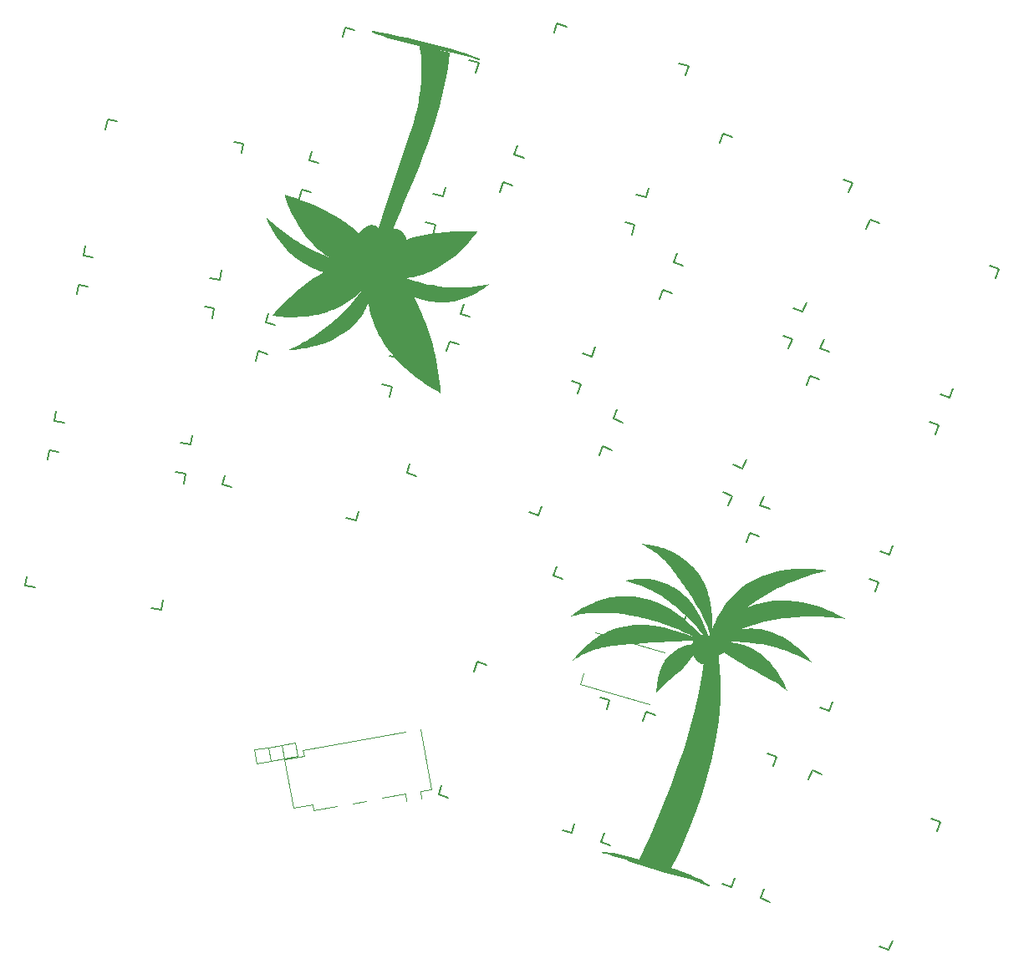
<source format=gbr>
%TF.GenerationSoftware,KiCad,Pcbnew,7.0.5*%
%TF.CreationDate,2023-06-17T18:52:54+04:00*%
%TF.ProjectId,KBD,4b42442e-6b69-4636-9164-5f7063625858,rev?*%
%TF.SameCoordinates,Original*%
%TF.FileFunction,Legend,Bot*%
%TF.FilePolarity,Positive*%
%FSLAX46Y46*%
G04 Gerber Fmt 4.6, Leading zero omitted, Abs format (unit mm)*
G04 Created by KiCad (PCBNEW 7.0.5) date 2023-06-17 18:52:54*
%MOMM*%
%LPD*%
G01*
G04 APERTURE LIST*
%ADD10C,0.000000*%
%ADD11C,0.150000*%
%ADD12C,0.120000*%
G04 APERTURE END LIST*
D10*
G36*
X176987501Y-48395845D02*
G01*
X177064179Y-48401719D01*
X177140638Y-48409368D01*
X177216848Y-48418784D01*
X177292776Y-48429965D01*
X177368395Y-48442897D01*
X177443674Y-48457580D01*
X177518582Y-48474001D01*
X177593088Y-48492157D01*
X177667163Y-48512040D01*
X177740776Y-48533642D01*
X177813897Y-48556956D01*
X177886496Y-48581976D01*
X177958541Y-48608696D01*
X178030003Y-48637107D01*
X178100853Y-48667202D01*
X178102184Y-48667770D01*
X178103351Y-48668545D01*
X178104356Y-48669511D01*
X178105208Y-48670654D01*
X178105909Y-48671957D01*
X178106464Y-48673406D01*
X178106881Y-48674989D01*
X178107161Y-48676684D01*
X178107311Y-48678480D01*
X178107335Y-48680361D01*
X178107239Y-48682313D01*
X178107027Y-48684319D01*
X178106706Y-48686363D01*
X178106276Y-48688434D01*
X178105749Y-48690512D01*
X178105124Y-48692584D01*
X178104409Y-48694634D01*
X178103608Y-48696648D01*
X178102725Y-48698611D01*
X178101767Y-48700507D01*
X178100739Y-48702320D01*
X178099643Y-48704036D01*
X178098485Y-48705640D01*
X178097273Y-48707116D01*
X178096009Y-48708448D01*
X178094698Y-48709622D01*
X178093345Y-48710623D01*
X178091956Y-48711436D01*
X178090536Y-48712045D01*
X178089089Y-48712434D01*
X178087621Y-48712590D01*
X178086136Y-48712496D01*
X177935124Y-48691652D01*
X177784717Y-48667224D01*
X177634977Y-48639230D01*
X177485966Y-48607681D01*
X177337749Y-48572594D01*
X177190388Y-48533979D01*
X177043950Y-48491855D01*
X176898493Y-48446231D01*
X176896931Y-48445573D01*
X176895544Y-48444678D01*
X176894327Y-48443567D01*
X176893272Y-48442253D01*
X176892379Y-48440754D01*
X176891639Y-48439090D01*
X176891051Y-48437274D01*
X176890608Y-48435323D01*
X176890303Y-48433255D01*
X176890135Y-48431086D01*
X176890097Y-48428834D01*
X176890182Y-48426514D01*
X176890389Y-48424143D01*
X176890712Y-48421739D01*
X176891145Y-48419318D01*
X176891683Y-48416896D01*
X176892322Y-48414490D01*
X176893057Y-48412118D01*
X176893883Y-48409796D01*
X176894794Y-48407540D01*
X176895787Y-48405367D01*
X176896856Y-48403294D01*
X176897994Y-48401339D01*
X176899201Y-48399516D01*
X176900467Y-48397846D01*
X176901790Y-48396340D01*
X176903164Y-48395019D01*
X176904586Y-48393899D01*
X176906047Y-48392995D01*
X176907547Y-48392326D01*
X176909077Y-48391907D01*
X176910633Y-48391756D01*
X176987501Y-48395845D01*
G37*
G36*
X207053408Y-100140265D02*
G01*
X207127377Y-100146677D01*
X207200875Y-100158288D01*
X207237358Y-100166045D01*
X207273618Y-100175103D01*
X207309617Y-100185464D01*
X207345322Y-100197127D01*
X207380696Y-100210095D01*
X207415703Y-100224367D01*
X207450309Y-100239942D01*
X207484477Y-100256825D01*
X207518173Y-100275014D01*
X207551361Y-100294509D01*
X207615351Y-100336923D01*
X207675547Y-100383397D01*
X207731825Y-100433678D01*
X207784063Y-100487509D01*
X207832135Y-100544635D01*
X207875915Y-100604802D01*
X207915281Y-100667753D01*
X207950106Y-100733235D01*
X207980269Y-100800991D01*
X208005642Y-100870767D01*
X208026104Y-100942308D01*
X208041527Y-101015359D01*
X208051790Y-101089662D01*
X208056765Y-101164967D01*
X208056331Y-101241014D01*
X208050361Y-101317550D01*
X208047775Y-101426634D01*
X208034572Y-101539611D01*
X208011273Y-101654994D01*
X207978393Y-101771290D01*
X207936453Y-101887010D01*
X207885966Y-102000664D01*
X207827453Y-102110761D01*
X207761431Y-102215811D01*
X207688419Y-102314323D01*
X207608932Y-102404810D01*
X207523488Y-102485777D01*
X207478695Y-102522227D01*
X207432606Y-102555737D01*
X207385288Y-102586124D01*
X207336805Y-102613199D01*
X207287219Y-102636778D01*
X207236599Y-102656673D01*
X207185007Y-102672699D01*
X207132508Y-102684668D01*
X207079167Y-102692395D01*
X207025049Y-102695694D01*
X206970866Y-102694452D01*
X206917333Y-102688798D01*
X206864518Y-102678915D01*
X206812490Y-102664979D01*
X206761316Y-102647170D01*
X206711066Y-102625667D01*
X206661808Y-102600648D01*
X206613610Y-102572295D01*
X206566540Y-102540784D01*
X206520666Y-102506294D01*
X206476058Y-102469007D01*
X206432783Y-102429099D01*
X206390911Y-102386751D01*
X206350509Y-102342141D01*
X206274390Y-102246850D01*
X206204970Y-102144662D01*
X206142799Y-102037007D01*
X206088423Y-101925318D01*
X206042390Y-101811027D01*
X206005245Y-101695567D01*
X205977536Y-101580369D01*
X205959812Y-101466866D01*
X205954863Y-101411198D01*
X205952617Y-101356491D01*
X205943809Y-101280228D01*
X205940554Y-101204249D01*
X205942731Y-101128812D01*
X205950229Y-101054179D01*
X205962931Y-100980606D01*
X205980723Y-100908355D01*
X206003490Y-100837685D01*
X206031117Y-100768855D01*
X206063488Y-100702126D01*
X206100491Y-100637757D01*
X206142008Y-100576007D01*
X206187926Y-100517135D01*
X206238129Y-100461403D01*
X206292503Y-100409068D01*
X206350934Y-100360393D01*
X206413305Y-100315632D01*
X206445746Y-100294919D01*
X206478743Y-100275493D01*
X206512262Y-100257354D01*
X206546266Y-100240504D01*
X206580719Y-100224943D01*
X206615588Y-100210672D01*
X206650834Y-100197692D01*
X206686425Y-100186002D01*
X206722323Y-100175604D01*
X206758493Y-100166499D01*
X206831510Y-100152169D01*
X206905190Y-100143016D01*
X206979251Y-100139047D01*
X207053408Y-100140265D01*
G37*
G36*
X181680243Y-59763837D02*
G01*
X182117461Y-59776555D01*
X182554651Y-59798454D01*
X182455506Y-59941765D01*
X182164551Y-60328946D01*
X181950180Y-60593946D01*
X181691504Y-60895866D01*
X181389734Y-61226687D01*
X181046086Y-61578394D01*
X180661776Y-61942971D01*
X180238018Y-62312399D01*
X179776029Y-62678664D01*
X179531075Y-62858105D01*
X179277021Y-63033748D01*
X179014015Y-63204595D01*
X178742211Y-63369639D01*
X178461759Y-63527879D01*
X178172814Y-63678313D01*
X177875525Y-63819942D01*
X177570044Y-63951762D01*
X177256525Y-64072769D01*
X176935117Y-64181962D01*
X176615071Y-64277360D01*
X176305062Y-64358008D01*
X176005099Y-64424673D01*
X175715192Y-64478127D01*
X175435346Y-64519135D01*
X175165570Y-64548467D01*
X174656265Y-64575180D01*
X174187335Y-64564415D01*
X173758849Y-64522321D01*
X173370866Y-64455050D01*
X173023452Y-64368750D01*
X172716674Y-64269570D01*
X172450589Y-64163662D01*
X172225267Y-64057176D01*
X172040769Y-63956259D01*
X171794503Y-63795739D01*
X171712299Y-63731298D01*
X171738616Y-63636763D01*
X171777134Y-63525776D01*
X171837561Y-63378694D01*
X171923647Y-63200305D01*
X172039138Y-62995399D01*
X172109086Y-62884498D01*
X172187789Y-62768762D01*
X172275721Y-62648791D01*
X172373348Y-62525182D01*
X172481141Y-62398536D01*
X172599566Y-62269450D01*
X172729093Y-62138524D01*
X172870191Y-62006354D01*
X173023328Y-61873540D01*
X173188974Y-61740680D01*
X173367597Y-61608374D01*
X173559666Y-61477218D01*
X173765650Y-61347814D01*
X173986017Y-61220757D01*
X174221236Y-61096647D01*
X174471776Y-60976083D01*
X174738103Y-60859663D01*
X175020692Y-60747987D01*
X175320006Y-60641651D01*
X175636517Y-60541255D01*
X176059095Y-60427043D01*
X176483645Y-60321797D01*
X176910028Y-60225533D01*
X177338098Y-60138267D01*
X177767714Y-60060014D01*
X178198733Y-59990788D01*
X178631011Y-59930607D01*
X179064407Y-59879484D01*
X179498778Y-59837435D01*
X179933979Y-59804476D01*
X180369869Y-59780620D01*
X180806306Y-59765886D01*
X181243144Y-59760286D01*
X181680243Y-59763837D01*
G37*
G36*
X214785719Y-97941298D02*
G01*
X215099413Y-97954353D01*
X215412663Y-97975574D01*
X215725305Y-98004956D01*
X216037179Y-98042490D01*
X216348125Y-98088165D01*
X216657984Y-98141974D01*
X216966592Y-98203907D01*
X217273790Y-98273958D01*
X217579419Y-98352114D01*
X217591651Y-98355721D01*
X217602968Y-98359404D01*
X217613378Y-98363141D01*
X217622892Y-98366915D01*
X217631519Y-98370709D01*
X217639267Y-98374503D01*
X217646146Y-98378280D01*
X217652164Y-98382023D01*
X217657333Y-98385711D01*
X217661660Y-98389327D01*
X217665155Y-98392852D01*
X217667827Y-98396268D01*
X217669686Y-98399559D01*
X217670739Y-98402702D01*
X217670997Y-98405684D01*
X217670470Y-98408482D01*
X217669166Y-98411081D01*
X217667093Y-98413461D01*
X217664263Y-98415604D01*
X217660685Y-98417492D01*
X217656366Y-98419106D01*
X217651317Y-98420430D01*
X217645546Y-98421444D01*
X217639063Y-98422128D01*
X217631877Y-98422466D01*
X217623998Y-98422440D01*
X217615433Y-98422030D01*
X217606194Y-98421219D01*
X217596289Y-98419988D01*
X217585727Y-98418319D01*
X217574518Y-98416193D01*
X217562671Y-98413593D01*
X217257485Y-98346919D01*
X216951112Y-98287509D01*
X216643681Y-98235370D01*
X216335321Y-98190505D01*
X216026162Y-98152918D01*
X215716331Y-98122617D01*
X215405960Y-98099605D01*
X215095177Y-98083886D01*
X214784111Y-98075469D01*
X214472889Y-98074355D01*
X214161643Y-98080551D01*
X213850500Y-98094061D01*
X213539591Y-98114891D01*
X213229044Y-98143045D01*
X212918988Y-98178529D01*
X212609552Y-98221348D01*
X212302261Y-98272327D01*
X211996666Y-98331719D01*
X211692935Y-98399477D01*
X211391243Y-98475556D01*
X211091759Y-98559911D01*
X210794654Y-98652493D01*
X210500101Y-98753260D01*
X210208270Y-98862165D01*
X210064183Y-98916816D01*
X209919925Y-98974109D01*
X209775646Y-99033639D01*
X209631494Y-99094996D01*
X209344162Y-99221563D01*
X209059119Y-99350544D01*
X208987966Y-99381676D01*
X208917461Y-99414131D01*
X208847624Y-99447902D01*
X208778470Y-99482973D01*
X208710018Y-99519339D01*
X208642287Y-99556985D01*
X208575292Y-99595902D01*
X208509054Y-99636076D01*
X208443589Y-99677500D01*
X208378914Y-99720160D01*
X208315048Y-99764046D01*
X208252011Y-99809147D01*
X208189815Y-99855452D01*
X208128484Y-99902951D01*
X208068032Y-99951632D01*
X208008477Y-100001482D01*
X207991234Y-100016359D01*
X207983208Y-100022856D01*
X207975594Y-100028735D01*
X207968400Y-100033999D01*
X207961639Y-100038655D01*
X207955320Y-100042709D01*
X207949452Y-100046166D01*
X207944047Y-100049033D01*
X207939115Y-100051314D01*
X207934665Y-100053018D01*
X207930709Y-100054147D01*
X207927256Y-100054710D01*
X207924318Y-100054711D01*
X207921902Y-100054156D01*
X207920021Y-100053051D01*
X207918686Y-100051403D01*
X207917904Y-100049215D01*
X207917688Y-100046495D01*
X207918046Y-100043247D01*
X207918991Y-100039480D01*
X207920532Y-100035196D01*
X207922678Y-100030404D01*
X207925440Y-100025108D01*
X207928831Y-100019313D01*
X207932856Y-100013027D01*
X207937530Y-100006255D01*
X207942862Y-99999002D01*
X207948860Y-99991275D01*
X207955536Y-99983078D01*
X207962901Y-99974419D01*
X207970964Y-99965303D01*
X208029842Y-99912322D01*
X208089712Y-99860545D01*
X208150552Y-99809985D01*
X208212343Y-99760653D01*
X208275068Y-99712564D01*
X208338706Y-99665730D01*
X208403241Y-99620161D01*
X208468650Y-99575872D01*
X208534917Y-99532877D01*
X208602020Y-99491186D01*
X208669942Y-99450814D01*
X208738664Y-99411771D01*
X208808166Y-99374071D01*
X208878430Y-99337727D01*
X208949434Y-99302751D01*
X209021163Y-99269155D01*
X209305118Y-99135069D01*
X209590237Y-99004310D01*
X209733518Y-98940529D01*
X209877432Y-98878002D01*
X210022091Y-98816867D01*
X210167612Y-98757267D01*
X210460927Y-98641009D01*
X210757388Y-98533642D01*
X211056793Y-98435226D01*
X211358936Y-98345816D01*
X211663616Y-98265471D01*
X211970627Y-98194245D01*
X212279766Y-98132196D01*
X212590831Y-98079384D01*
X212903156Y-98035011D01*
X213216160Y-97998868D01*
X213529680Y-97970947D01*
X213843558Y-97951238D01*
X214157630Y-97939733D01*
X214471736Y-97936424D01*
X214785719Y-97941298D01*
G37*
G36*
X171955284Y-59151304D02*
G01*
X172022747Y-59158975D01*
X172089565Y-59171961D01*
X172155590Y-59190455D01*
X172219876Y-59214303D01*
X172281568Y-59243070D01*
X172340656Y-59276518D01*
X172397133Y-59314410D01*
X172450993Y-59356507D01*
X172502230Y-59402569D01*
X172550834Y-59452362D01*
X172596798Y-59505643D01*
X172640117Y-59562177D01*
X172680783Y-59621726D01*
X172718790Y-59684049D01*
X172754127Y-59748910D01*
X172786791Y-59816071D01*
X172816773Y-59885293D01*
X172844065Y-59956339D01*
X172868662Y-60028968D01*
X172890555Y-60102945D01*
X172909738Y-60178030D01*
X172926202Y-60253985D01*
X172939944Y-60330573D01*
X172950950Y-60407553D01*
X172959218Y-60484691D01*
X172964741Y-60561746D01*
X172967511Y-60638480D01*
X172967518Y-60714655D01*
X172964758Y-60790034D01*
X172959224Y-60864376D01*
X172950907Y-60937447D01*
X172939799Y-61009006D01*
X172925897Y-61078815D01*
X172909190Y-61146635D01*
X172889672Y-61212230D01*
X172861866Y-61267805D01*
X172831777Y-61321557D01*
X172799494Y-61373449D01*
X172765096Y-61423442D01*
X172728668Y-61471502D01*
X172690297Y-61517593D01*
X172650062Y-61561679D01*
X172608052Y-61603724D01*
X172564345Y-61643689D01*
X172519030Y-61681540D01*
X172472188Y-61717241D01*
X172423904Y-61750756D01*
X172374259Y-61782048D01*
X172323340Y-61811080D01*
X172271232Y-61837818D01*
X172218016Y-61862222D01*
X172163775Y-61884260D01*
X172108597Y-61903892D01*
X172052561Y-61921085D01*
X171995754Y-61935803D01*
X171938258Y-61948005D01*
X171880159Y-61957660D01*
X171821538Y-61964728D01*
X171762483Y-61969177D01*
X171703074Y-61970967D01*
X171643395Y-61970063D01*
X171583532Y-61966430D01*
X171523567Y-61960030D01*
X171463583Y-61950825D01*
X171403668Y-61938785D01*
X171343901Y-61923867D01*
X171284370Y-61906039D01*
X171225729Y-61885470D01*
X171168608Y-61862409D01*
X171113059Y-61836934D01*
X171059122Y-61809122D01*
X171006849Y-61779054D01*
X170956280Y-61746806D01*
X170907469Y-61712460D01*
X170860458Y-61676092D01*
X170815294Y-61637781D01*
X170772025Y-61597606D01*
X170730698Y-61555646D01*
X170691355Y-61511978D01*
X170654047Y-61466680D01*
X170618820Y-61419835D01*
X170585719Y-61371517D01*
X170554792Y-61321807D01*
X170526084Y-61270784D01*
X170499642Y-61218524D01*
X170475513Y-61165107D01*
X170453742Y-61110612D01*
X170434379Y-61055117D01*
X170417468Y-60998703D01*
X170403055Y-60941442D01*
X170391189Y-60883421D01*
X170381912Y-60824712D01*
X170375275Y-60765398D01*
X170371323Y-60705553D01*
X170370103Y-60645260D01*
X170371661Y-60584597D01*
X170376043Y-60523640D01*
X170383296Y-60462469D01*
X170393467Y-60401165D01*
X170373335Y-60394623D01*
X170422449Y-60265395D01*
X170485309Y-60136325D01*
X170560751Y-60008923D01*
X170647605Y-59884698D01*
X170744707Y-59765153D01*
X170850893Y-59651798D01*
X170964991Y-59546144D01*
X171085837Y-59449693D01*
X171212267Y-59363958D01*
X171343112Y-59290444D01*
X171409824Y-59258741D01*
X171477205Y-59230658D01*
X171545107Y-59206387D01*
X171613383Y-59186113D01*
X171681888Y-59170023D01*
X171750477Y-59158310D01*
X171819001Y-59151160D01*
X171887320Y-59148761D01*
X171955284Y-59151304D01*
G37*
G36*
X199561592Y-100395933D02*
G01*
X199820836Y-100401573D01*
X200079844Y-100412321D01*
X200338539Y-100428171D01*
X200596847Y-100449116D01*
X200854691Y-100475150D01*
X201111996Y-100506265D01*
X201368687Y-100542456D01*
X201624689Y-100583713D01*
X202133073Y-100675128D01*
X202386640Y-100719289D01*
X202640950Y-100762136D01*
X202766862Y-100784315D01*
X202892239Y-100809123D01*
X203017040Y-100836552D01*
X203141225Y-100866594D01*
X203264751Y-100899236D01*
X203387578Y-100934469D01*
X203509666Y-100972281D01*
X203630971Y-101012662D01*
X203650044Y-101019922D01*
X203666274Y-101026733D01*
X203679711Y-101033038D01*
X203690403Y-101038782D01*
X203698400Y-101043907D01*
X203701402Y-101046221D01*
X203703751Y-101048359D01*
X203705449Y-101050314D01*
X203706505Y-101052079D01*
X203706924Y-101053648D01*
X203706713Y-101055014D01*
X203705876Y-101056167D01*
X203704422Y-101057104D01*
X203702356Y-101057815D01*
X203699683Y-101058295D01*
X203696412Y-101058536D01*
X203692545Y-101058530D01*
X203683057Y-101057754D01*
X203671270Y-101055909D01*
X203657231Y-101052941D01*
X203640991Y-101048791D01*
X203622597Y-101043404D01*
X203498961Y-101009480D01*
X203374432Y-100979128D01*
X203249110Y-100951929D01*
X203123096Y-100927459D01*
X202869389Y-100885024D01*
X202614110Y-100848450D01*
X202102027Y-100779400D01*
X201846820Y-100740180D01*
X201593235Y-100693333D01*
X201339734Y-100655213D01*
X201085660Y-100621557D01*
X200831073Y-100592374D01*
X200576033Y-100567667D01*
X200320599Y-100547439D01*
X200064828Y-100531700D01*
X199808781Y-100520451D01*
X199552519Y-100513700D01*
X199296215Y-100510954D01*
X199039995Y-100513617D01*
X198783945Y-100521681D01*
X198528151Y-100535141D01*
X198272697Y-100553995D01*
X198017669Y-100578234D01*
X197763154Y-100607854D01*
X197509236Y-100642851D01*
X197383052Y-100663775D01*
X197257229Y-100687336D01*
X197131660Y-100713102D01*
X197006241Y-100740637D01*
X196755420Y-100799280D01*
X196503923Y-100859788D01*
X196380502Y-100891504D01*
X196256805Y-100924703D01*
X196132894Y-100959938D01*
X196070880Y-100978490D01*
X196008835Y-100997757D01*
X195948305Y-101018048D01*
X195887604Y-101038806D01*
X195857429Y-101049611D01*
X195827498Y-101060835D01*
X195797904Y-101072578D01*
X195768746Y-101084942D01*
X195739629Y-101099000D01*
X195710293Y-101112581D01*
X195680745Y-101125680D01*
X195650989Y-101138296D01*
X195621031Y-101150426D01*
X195590879Y-101162069D01*
X195560536Y-101173221D01*
X195530012Y-101183880D01*
X195510989Y-101188023D01*
X195494366Y-101190945D01*
X195480153Y-101192731D01*
X195468360Y-101193468D01*
X195463373Y-101193470D01*
X195458995Y-101193242D01*
X195455227Y-101192794D01*
X195452070Y-101192137D01*
X195449526Y-101191283D01*
X195447595Y-101190243D01*
X195446279Y-101189025D01*
X195445579Y-101187642D01*
X195445497Y-101186103D01*
X195446032Y-101184422D01*
X195447188Y-101182606D01*
X195448964Y-101180669D01*
X195451362Y-101178619D01*
X195454385Y-101176469D01*
X195458031Y-101174227D01*
X195462304Y-101171908D01*
X195472733Y-101167072D01*
X195485679Y-101162048D01*
X195501154Y-101156922D01*
X195519168Y-101151778D01*
X195548806Y-101140172D01*
X195578278Y-101128159D01*
X195607577Y-101115741D01*
X195636700Y-101102919D01*
X195665644Y-101089698D01*
X195694402Y-101076075D01*
X195722971Y-101062055D01*
X195751350Y-101047640D01*
X195781226Y-101034065D01*
X195811278Y-101020897D01*
X195841502Y-101008137D01*
X195871893Y-100995785D01*
X195902449Y-100983847D01*
X195933165Y-100972320D01*
X195964036Y-100961208D01*
X195995059Y-100950511D01*
X196116004Y-100908918D01*
X196176639Y-100888807D01*
X196237606Y-100869148D01*
X196299070Y-100849933D01*
X196361199Y-100831158D01*
X196424159Y-100812818D01*
X196488118Y-100794907D01*
X196737145Y-100726682D01*
X196987612Y-100660302D01*
X197113625Y-100628962D01*
X197240282Y-100599474D01*
X197367681Y-100572300D01*
X197495916Y-100547907D01*
X197752031Y-100506262D01*
X198008987Y-100471069D01*
X198266664Y-100442338D01*
X198524941Y-100420080D01*
X198783693Y-100404300D01*
X199042800Y-100395011D01*
X199302141Y-100392217D01*
X199561592Y-100395933D01*
G37*
G36*
X170595370Y-62880199D02*
G01*
X170760952Y-62889783D01*
X170917253Y-62904607D01*
X171064173Y-62923918D01*
X171201616Y-62946969D01*
X171329487Y-62973006D01*
X171556115Y-63031031D01*
X171743282Y-63091987D01*
X171890208Y-63149859D01*
X171996118Y-63198638D01*
X172081780Y-63244876D01*
X172071993Y-63348976D01*
X172018980Y-63638290D01*
X171965175Y-63841630D01*
X171887256Y-64078342D01*
X171780792Y-64344118D01*
X171641344Y-64634647D01*
X171464478Y-64945620D01*
X171245757Y-65272726D01*
X170980748Y-65611657D01*
X170665014Y-65958100D01*
X170294122Y-66307747D01*
X170086604Y-66482422D01*
X169863634Y-66656286D01*
X169624656Y-66828794D01*
X169369117Y-66999410D01*
X169096463Y-67167593D01*
X168806136Y-67332807D01*
X168504993Y-67489205D01*
X168200812Y-67631700D01*
X167894420Y-67760874D01*
X167586639Y-67877315D01*
X167278298Y-67981611D01*
X166970224Y-68074345D01*
X166663241Y-68156104D01*
X166358176Y-68227476D01*
X166055857Y-68289047D01*
X165757109Y-68341403D01*
X165173628Y-68420814D01*
X164614345Y-68470398D01*
X164085871Y-68494851D01*
X163594817Y-68498859D01*
X163147789Y-68487114D01*
X162751401Y-68464307D01*
X162412260Y-68435127D01*
X161932164Y-68376418D01*
X161760380Y-68348508D01*
X162045848Y-68018345D01*
X162337961Y-67694503D01*
X162636610Y-67377073D01*
X162941685Y-67066149D01*
X163253075Y-66761822D01*
X163570671Y-66464187D01*
X163894363Y-66173334D01*
X164224041Y-65889358D01*
X164559598Y-65612350D01*
X164900920Y-65342403D01*
X165247898Y-65079611D01*
X165600425Y-64824063D01*
X165958388Y-64575856D01*
X166321679Y-64335081D01*
X166690187Y-64101830D01*
X167063802Y-63876195D01*
X167356962Y-63717014D01*
X167642297Y-63574341D01*
X167919710Y-63447428D01*
X168189105Y-63335524D01*
X168450381Y-63237875D01*
X168703445Y-63153732D01*
X168948198Y-63082342D01*
X169184541Y-63022956D01*
X169412383Y-62974819D01*
X169631619Y-62937182D01*
X169842158Y-62909294D01*
X170043898Y-62890402D01*
X170236744Y-62879758D01*
X170420601Y-62876607D01*
X170595370Y-62880199D01*
G37*
G36*
X216390841Y-93979638D02*
G01*
X217270194Y-94043914D01*
X218054003Y-94154980D01*
X217576099Y-94270505D01*
X217101254Y-94396405D01*
X216629633Y-94532610D01*
X216161397Y-94679052D01*
X215696710Y-94835659D01*
X215235737Y-95002364D01*
X214778638Y-95179097D01*
X214325579Y-95365788D01*
X213876722Y-95562368D01*
X213432231Y-95768769D01*
X212992268Y-95984919D01*
X212556998Y-96210750D01*
X212126584Y-96446192D01*
X211701187Y-96691176D01*
X211280973Y-96945632D01*
X210866105Y-97209492D01*
X210866106Y-97209492D01*
X210218551Y-97651377D01*
X209624106Y-98092911D01*
X209081210Y-98530208D01*
X208588297Y-98959384D01*
X208143802Y-99376553D01*
X207746164Y-99777829D01*
X207393817Y-100159329D01*
X207085199Y-100517166D01*
X206818745Y-100847455D01*
X206592892Y-101146311D01*
X206256733Y-101634182D01*
X206002817Y-102061776D01*
X206018178Y-101878742D01*
X206044438Y-101663035D01*
X206089360Y-101376168D01*
X206157650Y-101026866D01*
X206254014Y-100623852D01*
X206383159Y-100175852D01*
X206549790Y-99691591D01*
X206648636Y-99438588D01*
X206758617Y-99179791D01*
X206880324Y-98916293D01*
X207014343Y-98649181D01*
X207161265Y-98379547D01*
X207321676Y-98108480D01*
X207496166Y-97837074D01*
X207685321Y-97566417D01*
X207889731Y-97297601D01*
X208109985Y-97031715D01*
X208346669Y-96769851D01*
X208600375Y-96513098D01*
X208871687Y-96262549D01*
X209161195Y-96019292D01*
X209469489Y-95784419D01*
X209797155Y-95559021D01*
X210137622Y-95348248D01*
X210483231Y-95156010D01*
X210832933Y-94981529D01*
X211185684Y-94824028D01*
X211540438Y-94682730D01*
X211896149Y-94556860D01*
X212606257Y-94348297D01*
X213307641Y-94192123D01*
X213991933Y-94082126D01*
X214650767Y-94012092D01*
X215275774Y-93975808D01*
X215858587Y-93967062D01*
X216390841Y-93979638D01*
G37*
G36*
X205553398Y-101650760D02*
G01*
X205376250Y-101801414D01*
X205203779Y-101957247D01*
X205036099Y-102118146D01*
X204873320Y-102284002D01*
X204715553Y-102454705D01*
X204562913Y-102630144D01*
X204415508Y-102810209D01*
X203861061Y-103500964D01*
X203725691Y-103665428D01*
X203589639Y-103824960D01*
X203451922Y-103978738D01*
X203311549Y-104125940D01*
X203179798Y-104254139D01*
X203037337Y-104382664D01*
X202885598Y-104512565D01*
X202726015Y-104644887D01*
X202389046Y-104921006D01*
X202214525Y-105066901D01*
X202037893Y-105219417D01*
X201854042Y-105369764D01*
X201674854Y-105525398D01*
X201500440Y-105686208D01*
X201330907Y-105852083D01*
X201166367Y-106022912D01*
X201006932Y-106198581D01*
X200852709Y-106378982D01*
X200703810Y-106564004D01*
X200709627Y-106311491D01*
X200723765Y-106059515D01*
X200746198Y-105808278D01*
X200776893Y-105557987D01*
X200815826Y-105308843D01*
X200862968Y-105061051D01*
X200918288Y-104814817D01*
X200981760Y-104570343D01*
X201016410Y-104446072D01*
X201054823Y-104323139D01*
X201096954Y-104201624D01*
X201142758Y-104081609D01*
X201192192Y-103963173D01*
X201245211Y-103846396D01*
X201301772Y-103731359D01*
X201361829Y-103618143D01*
X201425339Y-103506827D01*
X201492259Y-103397490D01*
X201562543Y-103290214D01*
X201636147Y-103185080D01*
X201713028Y-103082167D01*
X201793142Y-102981556D01*
X201876442Y-102883326D01*
X201962887Y-102787560D01*
X202060395Y-102694814D01*
X202160705Y-102605491D01*
X202263724Y-102519643D01*
X202369358Y-102437323D01*
X202477513Y-102358585D01*
X202588096Y-102283482D01*
X202701014Y-102212065D01*
X202816170Y-102144388D01*
X202933474Y-102080505D01*
X203052832Y-102020468D01*
X203174148Y-101964330D01*
X203297331Y-101912145D01*
X203422285Y-101863965D01*
X203548920Y-101819843D01*
X203677138Y-101779832D01*
X203806847Y-101743987D01*
X204044077Y-101688325D01*
X204282736Y-101640005D01*
X204522651Y-101599045D01*
X204763652Y-101565466D01*
X205005569Y-101539291D01*
X205248232Y-101520540D01*
X205491471Y-101509234D01*
X205735113Y-101505395D01*
X205553398Y-101650760D01*
G37*
G36*
X199427562Y-94999026D02*
G01*
X199637981Y-95009194D01*
X199854761Y-95026386D01*
X200077288Y-95051300D01*
X200304949Y-95084632D01*
X200537136Y-95127079D01*
X200773232Y-95179341D01*
X201012625Y-95242109D01*
X201254705Y-95316085D01*
X201498856Y-95401963D01*
X201744470Y-95500442D01*
X201990929Y-95612217D01*
X202237625Y-95737986D01*
X202483944Y-95878444D01*
X202729275Y-96034290D01*
X202973004Y-96206220D01*
X203209796Y-96391012D01*
X203434911Y-96584352D01*
X203648621Y-96785293D01*
X203851198Y-96992890D01*
X204042915Y-97206198D01*
X204224045Y-97424271D01*
X204394863Y-97646166D01*
X204555637Y-97870935D01*
X204848158Y-98325321D01*
X205103788Y-98779866D01*
X205324712Y-99227009D01*
X205513112Y-99659187D01*
X205671173Y-100068840D01*
X205801075Y-100448405D01*
X205905004Y-100790322D01*
X205985140Y-101087028D01*
X206082774Y-101514565D01*
X206111437Y-101670519D01*
X205906305Y-101363385D01*
X205694634Y-101061105D01*
X205476518Y-100763775D01*
X205252046Y-100471493D01*
X205021312Y-100184358D01*
X204784404Y-99902465D01*
X204541416Y-99625914D01*
X204292440Y-99354800D01*
X204037567Y-99089224D01*
X203776889Y-98829281D01*
X203510497Y-98575069D01*
X203238482Y-98326687D01*
X202960937Y-98084231D01*
X202677953Y-97847798D01*
X202389623Y-97617488D01*
X202096036Y-97393398D01*
X202096037Y-97393396D01*
X201615187Y-97051692D01*
X201148789Y-96747342D01*
X200699127Y-96478237D01*
X200268488Y-96242262D01*
X199859160Y-96037306D01*
X199473428Y-95861255D01*
X199113580Y-95711997D01*
X198781901Y-95587419D01*
X198212204Y-95403856D01*
X197782627Y-95293664D01*
X197417012Y-95225791D01*
X197549555Y-95189079D01*
X197707885Y-95151552D01*
X197921051Y-95108677D01*
X198184158Y-95066028D01*
X198492304Y-95029180D01*
X198840589Y-95003709D01*
X199028253Y-94996983D01*
X199224115Y-94995188D01*
X199427562Y-94999026D01*
G37*
G36*
X172011817Y-39454645D02*
G01*
X172024464Y-39455939D01*
X172037589Y-39458383D01*
X172707550Y-39615511D01*
X173379472Y-39762588D01*
X174053222Y-39902432D01*
X174728665Y-40037872D01*
X175403706Y-40177355D01*
X176077009Y-40325401D01*
X177422384Y-40634915D01*
X178097847Y-40792359D01*
X178769889Y-40963028D01*
X179438310Y-41146863D01*
X180102920Y-41343802D01*
X180763525Y-41553788D01*
X181419929Y-41776759D01*
X182071940Y-42012658D01*
X182719364Y-42261424D01*
X182731583Y-42265818D01*
X182742767Y-42270685D01*
X182752933Y-42275979D01*
X182762096Y-42281650D01*
X182770270Y-42287651D01*
X182777475Y-42293930D01*
X182783722Y-42300443D01*
X182789030Y-42307142D01*
X182793412Y-42313975D01*
X182796887Y-42320895D01*
X182799467Y-42327854D01*
X182801172Y-42334804D01*
X182802014Y-42341697D01*
X182802012Y-42348482D01*
X182801178Y-42355115D01*
X182799530Y-42361541D01*
X182797084Y-42367719D01*
X182793855Y-42373595D01*
X182789857Y-42379125D01*
X182785111Y-42384256D01*
X182779627Y-42388945D01*
X182773422Y-42393139D01*
X182766514Y-42396792D01*
X182758917Y-42399855D01*
X182750647Y-42402280D01*
X182741720Y-42404017D01*
X182732152Y-42405019D01*
X182721958Y-42405239D01*
X182711155Y-42404625D01*
X182699757Y-42403132D01*
X182687779Y-42400711D01*
X182675240Y-42397312D01*
X182010502Y-42201653D01*
X181343675Y-42022952D01*
X180675035Y-41858071D01*
X180004846Y-41703871D01*
X177314030Y-41131071D01*
X176638313Y-40987109D01*
X175963027Y-40837809D01*
X175288932Y-40680029D01*
X174616787Y-40510627D01*
X174281952Y-40419859D01*
X173948422Y-40323976D01*
X173616284Y-40223196D01*
X173285634Y-40117749D01*
X172956554Y-40007859D01*
X172629141Y-39893750D01*
X172303481Y-39775646D01*
X171979664Y-39653774D01*
X171966287Y-39648362D01*
X171954138Y-39642310D01*
X171943195Y-39635675D01*
X171933432Y-39628521D01*
X171924823Y-39620903D01*
X171917343Y-39612881D01*
X171910969Y-39604517D01*
X171905674Y-39595871D01*
X171901435Y-39587001D01*
X171898225Y-39577966D01*
X171896019Y-39568827D01*
X171894794Y-39559642D01*
X171894523Y-39550473D01*
X171895182Y-39541378D01*
X171896747Y-39532417D01*
X171899192Y-39523650D01*
X171902491Y-39515136D01*
X171906621Y-39506936D01*
X171911554Y-39499107D01*
X171917270Y-39491711D01*
X171923737Y-39484807D01*
X171930937Y-39478454D01*
X171938840Y-39472714D01*
X171947427Y-39467643D01*
X171956665Y-39463304D01*
X171966535Y-39459752D01*
X171977011Y-39457053D01*
X171988065Y-39455260D01*
X171999677Y-39454438D01*
X172011817Y-39454645D01*
G37*
G36*
X203816203Y-102226925D02*
G01*
X203818272Y-102227237D01*
X203820212Y-102227807D01*
X203822016Y-102228619D01*
X203823673Y-102229665D01*
X203825173Y-102230934D01*
X203826508Y-102232413D01*
X203827668Y-102234092D01*
X203828644Y-102235960D01*
X203829427Y-102238004D01*
X203830007Y-102240216D01*
X203830375Y-102242583D01*
X203830520Y-102245094D01*
X203830435Y-102247738D01*
X203830110Y-102250503D01*
X203829535Y-102253381D01*
X203828701Y-102256357D01*
X203827598Y-102259421D01*
X203826218Y-102262563D01*
X203824552Y-102265771D01*
X203822588Y-102269035D01*
X203820318Y-102272342D01*
X203817735Y-102275682D01*
X203814827Y-102279044D01*
X203659751Y-102441664D01*
X203501033Y-102600155D01*
X203339517Y-102755450D01*
X203176053Y-102908485D01*
X202846667Y-103211515D01*
X202519654Y-103516730D01*
X202437631Y-103592327D01*
X202357339Y-103669626D01*
X202278801Y-103748595D01*
X202202044Y-103829207D01*
X202127088Y-103911426D01*
X202053963Y-103995223D01*
X201982688Y-104080567D01*
X201913290Y-104167428D01*
X201845791Y-104255774D01*
X201780217Y-104345573D01*
X201716594Y-104436795D01*
X201654943Y-104529410D01*
X201595289Y-104623384D01*
X201537658Y-104718689D01*
X201482073Y-104815293D01*
X201428557Y-104913164D01*
X201427067Y-104916969D01*
X201425491Y-104920462D01*
X201423840Y-104923647D01*
X201422126Y-104926528D01*
X201420362Y-104929112D01*
X201418560Y-104931401D01*
X201416734Y-104933401D01*
X201414893Y-104935114D01*
X201413051Y-104936548D01*
X201411221Y-104937705D01*
X201409415Y-104938589D01*
X201407645Y-104939207D01*
X201405923Y-104939562D01*
X201404262Y-104939659D01*
X201402672Y-104939501D01*
X201401170Y-104939094D01*
X201399763Y-104938442D01*
X201398467Y-104937550D01*
X201397293Y-104936421D01*
X201396253Y-104935061D01*
X201395359Y-104933473D01*
X201394625Y-104931664D01*
X201394061Y-104929637D01*
X201393681Y-104927395D01*
X201393497Y-104924943D01*
X201393521Y-104922288D01*
X201393766Y-104919432D01*
X201394242Y-104916380D01*
X201394964Y-104913137D01*
X201395943Y-104909707D01*
X201397192Y-104906095D01*
X201398722Y-104902305D01*
X201445862Y-104798988D01*
X201495539Y-104697006D01*
X201547722Y-104596405D01*
X201602378Y-104497228D01*
X201659477Y-104399521D01*
X201718988Y-104303325D01*
X201780879Y-104208685D01*
X201845119Y-104115645D01*
X201911678Y-104024249D01*
X201980524Y-103934541D01*
X202051625Y-103846566D01*
X202124951Y-103760365D01*
X202200472Y-103675985D01*
X202278154Y-103593467D01*
X202357968Y-103512859D01*
X202439882Y-103434201D01*
X202604202Y-103277985D01*
X202770638Y-103125111D01*
X202938826Y-102974857D01*
X203108404Y-102826494D01*
X203793365Y-102237443D01*
X203796165Y-102234955D01*
X203798922Y-102232823D01*
X203801625Y-102231036D01*
X203804265Y-102229582D01*
X203806834Y-102228451D01*
X203809322Y-102227630D01*
X203811718Y-102227109D01*
X203814015Y-102226878D01*
X203816203Y-102226925D01*
G37*
G36*
X175831907Y-51891538D02*
G01*
X175868524Y-51898075D01*
X175905021Y-51905211D01*
X175941392Y-51912942D01*
X175977629Y-51921265D01*
X176013724Y-51930180D01*
X176049672Y-51939686D01*
X176085465Y-51949781D01*
X176121095Y-51960461D01*
X176397892Y-52050398D01*
X176463291Y-52079336D01*
X176529685Y-52105700D01*
X176596996Y-52129466D01*
X176665147Y-52150614D01*
X176734061Y-52169121D01*
X176803666Y-52184964D01*
X176873879Y-52198121D01*
X176944627Y-52208571D01*
X176945788Y-52209036D01*
X176946907Y-52209658D01*
X176947983Y-52210424D01*
X176949014Y-52211327D01*
X176949995Y-52212355D01*
X176950925Y-52213496D01*
X176951801Y-52214742D01*
X176952620Y-52216079D01*
X176953381Y-52217501D01*
X176954077Y-52218994D01*
X176954711Y-52220548D01*
X176955277Y-52222153D01*
X176955771Y-52223799D01*
X176956194Y-52225475D01*
X176956540Y-52227169D01*
X176956809Y-52228874D01*
X176956997Y-52230574D01*
X176957101Y-52232263D01*
X176957120Y-52233930D01*
X176957049Y-52235563D01*
X176956886Y-52237151D01*
X176956629Y-52238686D01*
X176956275Y-52240155D01*
X176955820Y-52241549D01*
X176955265Y-52242856D01*
X176954603Y-52244066D01*
X176953834Y-52245169D01*
X176952954Y-52246155D01*
X176951962Y-52247011D01*
X176950853Y-52247729D01*
X176949627Y-52248297D01*
X176948279Y-52248706D01*
X176929391Y-52251891D01*
X176910455Y-52254684D01*
X176891476Y-52257088D01*
X176872463Y-52259099D01*
X176853419Y-52260718D01*
X176834355Y-52261948D01*
X176815272Y-52262785D01*
X176796178Y-52263230D01*
X176777079Y-52263284D01*
X176757980Y-52262947D01*
X176738889Y-52262218D01*
X176719812Y-52261097D01*
X176700751Y-52259582D01*
X176681718Y-52257677D01*
X176662714Y-52255380D01*
X176643747Y-52252691D01*
X176606320Y-52248252D01*
X176569020Y-52242943D01*
X176531864Y-52236768D01*
X176494870Y-52229731D01*
X176458046Y-52221834D01*
X176421413Y-52213080D01*
X176384983Y-52203473D01*
X176348773Y-52193013D01*
X176279030Y-52169038D01*
X176210005Y-52143175D01*
X176141741Y-52115448D01*
X176074272Y-52085871D01*
X176007635Y-52054464D01*
X175941869Y-52021237D01*
X175877013Y-51986216D01*
X175813102Y-51949413D01*
X175811710Y-51949030D01*
X175810516Y-51948343D01*
X175809510Y-51947373D01*
X175808688Y-51946142D01*
X175808041Y-51944670D01*
X175807564Y-51942979D01*
X175807249Y-51941091D01*
X175807088Y-51939026D01*
X175807075Y-51936805D01*
X175807206Y-51934450D01*
X175807861Y-51929421D01*
X175809000Y-51924108D01*
X175810567Y-51918683D01*
X175812508Y-51913312D01*
X175814767Y-51908169D01*
X175817287Y-51903421D01*
X175818629Y-51901247D01*
X175820016Y-51899235D01*
X175821441Y-51897408D01*
X175822896Y-51895786D01*
X175824378Y-51894390D01*
X175825877Y-51893239D01*
X175827385Y-51892358D01*
X175828899Y-51891768D01*
X175830408Y-51891486D01*
X175831907Y-51891538D01*
G37*
G36*
X176176453Y-50214664D02*
G01*
X176334748Y-50251995D01*
X176491715Y-50294123D01*
X176647250Y-50341007D01*
X176801243Y-50392612D01*
X176953588Y-50448901D01*
X177104174Y-50509835D01*
X177252896Y-50575376D01*
X177399645Y-50645485D01*
X177400990Y-50646043D01*
X177402190Y-50646781D01*
X177403251Y-50647689D01*
X177404176Y-50648751D01*
X177404969Y-50649954D01*
X177405630Y-50651283D01*
X177406166Y-50652722D01*
X177406577Y-50654258D01*
X177406866Y-50655880D01*
X177407040Y-50657569D01*
X177407097Y-50659312D01*
X177407045Y-50661095D01*
X177406885Y-50662904D01*
X177406617Y-50664726D01*
X177406249Y-50666545D01*
X177405781Y-50668346D01*
X177405218Y-50670117D01*
X177404563Y-50671842D01*
X177403816Y-50673507D01*
X177402983Y-50675100D01*
X177402068Y-50676601D01*
X177401072Y-50678002D01*
X177400000Y-50679288D01*
X177398853Y-50680440D01*
X177397633Y-50681449D01*
X177396348Y-50682296D01*
X177394997Y-50682970D01*
X177393585Y-50683456D01*
X177392114Y-50683739D01*
X177390588Y-50683807D01*
X177389010Y-50683642D01*
X177387381Y-50683234D01*
X177228743Y-50646266D01*
X177071345Y-50604739D01*
X176915281Y-50558683D01*
X176760649Y-50508132D01*
X176607550Y-50453122D01*
X176456077Y-50393684D01*
X176306330Y-50329851D01*
X176158403Y-50261657D01*
X176156932Y-50260791D01*
X176155663Y-50259745D01*
X176154589Y-50258535D01*
X176153702Y-50257174D01*
X176152998Y-50255677D01*
X176152465Y-50254056D01*
X176152103Y-50252328D01*
X176151898Y-50250502D01*
X176151847Y-50248598D01*
X176151941Y-50246626D01*
X176152171Y-50244601D01*
X176152535Y-50242538D01*
X176153023Y-50240449D01*
X176153627Y-50238350D01*
X176154343Y-50236253D01*
X176155161Y-50234175D01*
X176156073Y-50232126D01*
X176157075Y-50230124D01*
X176158161Y-50228180D01*
X176159317Y-50226310D01*
X176160544Y-50224527D01*
X176161831Y-50222845D01*
X176163169Y-50221278D01*
X176164556Y-50219840D01*
X176165981Y-50218545D01*
X176167437Y-50217408D01*
X176168918Y-50216441D01*
X176170419Y-50215660D01*
X176171928Y-50215078D01*
X176173442Y-50214708D01*
X176174954Y-50214566D01*
X176176453Y-50214664D01*
G37*
G36*
X172096144Y-63491646D02*
G01*
X172109456Y-63673356D01*
X172118924Y-63916668D01*
X172119254Y-64215188D01*
X172105158Y-64562524D01*
X172071345Y-64952283D01*
X172012525Y-65378071D01*
X171972084Y-65602477D01*
X171923406Y-65833494D01*
X171865831Y-66070320D01*
X171798696Y-66312160D01*
X171721343Y-66558211D01*
X171633109Y-66807675D01*
X171533332Y-67059753D01*
X171421349Y-67313646D01*
X171296502Y-67568554D01*
X171158129Y-67823680D01*
X171005568Y-68078221D01*
X170838157Y-68331382D01*
X170655236Y-68582362D01*
X170456142Y-68830363D01*
X170240216Y-69074582D01*
X170006795Y-69314224D01*
X169760424Y-69543888D01*
X169506747Y-69759024D01*
X169246760Y-69960107D01*
X168981451Y-70147609D01*
X168711811Y-70322009D01*
X168438839Y-70483779D01*
X167886848Y-70771329D01*
X167333414Y-71014053D01*
X166786471Y-71215752D01*
X166253957Y-71380222D01*
X165743806Y-71511259D01*
X165263953Y-71612661D01*
X164822336Y-71688223D01*
X164426887Y-71741744D01*
X164085542Y-71777019D01*
X163596913Y-71808020D01*
X163419929Y-71811605D01*
X163795281Y-71639205D01*
X164166434Y-71458742D01*
X164533263Y-71270298D01*
X164895645Y-71073956D01*
X165253456Y-70869802D01*
X165606572Y-70657917D01*
X165954871Y-70438385D01*
X166298228Y-70211293D01*
X166636520Y-69976722D01*
X166969624Y-69734755D01*
X167297415Y-69485478D01*
X167619771Y-69228973D01*
X167936568Y-68965325D01*
X168247681Y-68694616D01*
X168552989Y-68416929D01*
X168852365Y-68132351D01*
X168852368Y-68132349D01*
X169315095Y-67661895D01*
X169734057Y-67200526D01*
X170111172Y-66751178D01*
X170448362Y-66316783D01*
X170747546Y-65900278D01*
X171010642Y-65504596D01*
X171239572Y-65132671D01*
X171436255Y-64787438D01*
X171740554Y-64188787D01*
X171938897Y-63732114D01*
X172079146Y-63338608D01*
X172096144Y-63491646D01*
G37*
G36*
X172202386Y-63790787D02*
G01*
X172223216Y-63821055D01*
X172242807Y-63854339D01*
X172261217Y-63890447D01*
X172294715Y-63970393D01*
X172324150Y-64059376D01*
X172349968Y-64155887D01*
X172372606Y-64258416D01*
X172392509Y-64365450D01*
X172410118Y-64475484D01*
X172440223Y-64698489D01*
X172466458Y-64915348D01*
X172492356Y-65113971D01*
X172506286Y-65202668D01*
X172521458Y-65282272D01*
X172571027Y-65492938D01*
X172623035Y-65703321D01*
X172677491Y-65913391D01*
X172734405Y-66123118D01*
X172793788Y-66332475D01*
X172855648Y-66541429D01*
X172919996Y-66749954D01*
X172986841Y-66958018D01*
X173122240Y-67363009D01*
X173265994Y-67764968D01*
X173418049Y-68163762D01*
X173578349Y-68559263D01*
X173746843Y-68951344D01*
X173923475Y-69339879D01*
X174108194Y-69724735D01*
X174300943Y-70105785D01*
X174522536Y-70522943D01*
X174753379Y-70934849D01*
X174993379Y-71341349D01*
X175242439Y-71742294D01*
X175500461Y-72137530D01*
X175767352Y-72526904D01*
X176043009Y-72910269D01*
X176327339Y-73287467D01*
X176479436Y-73476396D01*
X176634737Y-73662042D01*
X176952959Y-74025366D01*
X177278047Y-74381204D01*
X177606040Y-74733325D01*
X177932973Y-75085492D01*
X178254886Y-75441472D01*
X178567814Y-75805032D01*
X178719672Y-75990831D01*
X178867799Y-76179935D01*
X178733629Y-76011437D01*
X178593110Y-75847151D01*
X178447054Y-75686510D01*
X178296275Y-75528947D01*
X177983786Y-75220785D01*
X177662143Y-74918127D01*
X177337840Y-74616427D01*
X177017373Y-74311150D01*
X176860609Y-74155751D01*
X176707239Y-73997755D01*
X176558075Y-73836595D01*
X176413931Y-73671700D01*
X176122303Y-73316062D01*
X175839608Y-72953543D01*
X175565968Y-72584315D01*
X175301498Y-72208548D01*
X175046313Y-71826413D01*
X174800534Y-71438082D01*
X174564276Y-71043726D01*
X174337657Y-70643514D01*
X174119916Y-70236042D01*
X173912353Y-69823529D01*
X173715050Y-69406165D01*
X173528091Y-68984142D01*
X173351556Y-68557651D01*
X173185529Y-68126890D01*
X173030092Y-67692046D01*
X172885328Y-67253314D01*
X172815318Y-67028204D01*
X172748306Y-66802217D01*
X172684300Y-66575385D01*
X172623306Y-66347735D01*
X172565334Y-66119299D01*
X172510391Y-65890103D01*
X172458485Y-65660178D01*
X172409621Y-65429553D01*
X172388249Y-65335967D01*
X172362651Y-65237968D01*
X172303199Y-65031311D01*
X172240124Y-64814738D01*
X172209993Y-64704348D01*
X172182278Y-64593412D01*
X172158082Y-64482577D01*
X172138515Y-64372486D01*
X172124681Y-64263788D01*
X172117689Y-64157125D01*
X172117105Y-64104757D01*
X172118644Y-64053142D01*
X172122450Y-64002356D01*
X172128656Y-63952483D01*
X172137402Y-63903603D01*
X172148828Y-63855795D01*
X172163071Y-63809143D01*
X172180267Y-63763723D01*
X172202386Y-63790787D01*
G37*
G36*
X205593375Y-100699407D02*
G01*
X205677160Y-100706029D01*
X205760498Y-100718091D01*
X205843117Y-100735597D01*
X205924743Y-100758552D01*
X206005105Y-100786961D01*
X206083930Y-100820827D01*
X206160942Y-100860158D01*
X206235172Y-100904519D01*
X206305735Y-100953315D01*
X206372488Y-101006315D01*
X206435294Y-101063283D01*
X206494009Y-101123986D01*
X206548494Y-101188189D01*
X206598609Y-101255660D01*
X206644210Y-101326166D01*
X206685161Y-101399472D01*
X206721318Y-101475343D01*
X206752542Y-101553548D01*
X206778691Y-101633850D01*
X206799625Y-101716018D01*
X206815204Y-101799818D01*
X206825285Y-101885015D01*
X206829730Y-101971376D01*
X206826611Y-102108949D01*
X206810313Y-102250667D01*
X206781487Y-102394755D01*
X206740789Y-102539438D01*
X206688873Y-102682941D01*
X206626393Y-102823491D01*
X206554002Y-102959312D01*
X206472357Y-103088629D01*
X206382109Y-103209668D01*
X206283915Y-103320655D01*
X206178427Y-103419814D01*
X206123152Y-103464404D01*
X206066300Y-103505371D01*
X206007951Y-103542495D01*
X205948188Y-103575552D01*
X205887091Y-103604322D01*
X205824746Y-103628581D01*
X205761229Y-103648110D01*
X205696625Y-103662685D01*
X205631017Y-103672085D01*
X205564484Y-103676088D01*
X205497861Y-103674522D01*
X205431987Y-103667511D01*
X205366945Y-103655274D01*
X205302826Y-103638033D01*
X205239717Y-103616009D01*
X205177703Y-103589420D01*
X205116873Y-103558487D01*
X205057314Y-103523433D01*
X204999115Y-103484476D01*
X204942360Y-103441838D01*
X204887139Y-103395737D01*
X204833538Y-103346397D01*
X204781645Y-103294035D01*
X204731546Y-103238874D01*
X204637085Y-103121035D01*
X204550851Y-102994640D01*
X204473542Y-102861456D01*
X204405859Y-102723246D01*
X204348498Y-102581774D01*
X204302159Y-102438802D01*
X204267541Y-102296097D01*
X204245341Y-102155418D01*
X204239116Y-102086392D01*
X204236257Y-102018533D01*
X204237560Y-101932067D01*
X204244538Y-101846561D01*
X204257060Y-101762250D01*
X204274992Y-101679375D01*
X204298206Y-101598176D01*
X204326564Y-101518888D01*
X204359940Y-101441751D01*
X204398199Y-101367006D01*
X204441207Y-101294889D01*
X204488836Y-101225640D01*
X204540950Y-101159497D01*
X204597420Y-101096700D01*
X204658113Y-101037487D01*
X204722896Y-100982097D01*
X204791638Y-100930767D01*
X204864206Y-100883737D01*
X204939739Y-100841632D01*
X205017278Y-100804922D01*
X205096554Y-100773611D01*
X205177292Y-100747704D01*
X205259221Y-100727206D01*
X205342065Y-100712122D01*
X205425554Y-100702458D01*
X205509415Y-100698218D01*
X205593375Y-100699407D01*
G37*
G36*
X199846076Y-95418087D02*
G01*
X199850299Y-95418427D01*
X199854946Y-95419011D01*
X199860011Y-95419848D01*
X199865493Y-95420947D01*
X199871386Y-95422318D01*
X199877690Y-95423969D01*
X199884399Y-95425913D01*
X199891510Y-95428156D01*
X199938333Y-95444558D01*
X199985540Y-95459905D01*
X200080949Y-95487867D01*
X200177418Y-95512915D01*
X200274630Y-95535924D01*
X200470008Y-95579319D01*
X200567538Y-95601455D01*
X200664538Y-95625046D01*
X200760570Y-95650824D01*
X200855891Y-95678963D01*
X200950455Y-95709449D01*
X201044219Y-95742266D01*
X201137142Y-95777397D01*
X201229178Y-95814829D01*
X201320284Y-95854543D01*
X201410420Y-95896525D01*
X201591214Y-95982268D01*
X201769191Y-96073413D01*
X201944230Y-96169888D01*
X202116213Y-96271623D01*
X202285022Y-96378543D01*
X202450536Y-96490575D01*
X202612639Y-96607648D01*
X202771211Y-96729688D01*
X202929798Y-96849771D01*
X203086343Y-96972442D01*
X203240812Y-97097672D01*
X203393176Y-97225436D01*
X203543403Y-97355705D01*
X203691462Y-97488454D01*
X203837320Y-97623654D01*
X203980947Y-97761280D01*
X204120450Y-97903952D01*
X204255400Y-98050747D01*
X204385708Y-98201553D01*
X204511287Y-98356258D01*
X204632051Y-98514750D01*
X204747910Y-98676919D01*
X204858779Y-98842655D01*
X204964569Y-99011844D01*
X204968547Y-99019551D01*
X204971980Y-99026899D01*
X204974887Y-99033879D01*
X204977285Y-99040489D01*
X204979194Y-99046720D01*
X204980632Y-99052566D01*
X204981618Y-99058023D01*
X204982173Y-99063083D01*
X204982310Y-99067740D01*
X204982053Y-99071989D01*
X204981421Y-99075825D01*
X204980428Y-99079238D01*
X204979096Y-99082225D01*
X204977443Y-99084779D01*
X204975489Y-99086894D01*
X204973250Y-99088564D01*
X204970748Y-99089784D01*
X204967998Y-99090545D01*
X204965021Y-99090845D01*
X204961837Y-99090674D01*
X204958460Y-99090028D01*
X204954915Y-99088900D01*
X204951215Y-99087286D01*
X204947384Y-99085177D01*
X204943436Y-99082568D01*
X204939390Y-99079454D01*
X204935269Y-99075829D01*
X204931089Y-99071684D01*
X204926867Y-99067017D01*
X204922625Y-99061819D01*
X204918380Y-99056085D01*
X204914151Y-99049808D01*
X204675587Y-98735401D01*
X204425786Y-98430372D01*
X204165035Y-98135009D01*
X203893617Y-97849602D01*
X203611819Y-97574439D01*
X203319926Y-97309809D01*
X203018221Y-97056004D01*
X202706992Y-96813308D01*
X202552368Y-96691771D01*
X202394447Y-96574751D01*
X202233327Y-96462315D01*
X202069109Y-96354526D01*
X201901894Y-96251446D01*
X201731782Y-96153142D01*
X201558875Y-96059676D01*
X201383272Y-95971113D01*
X201294233Y-95926759D01*
X201204130Y-95884724D01*
X201113008Y-95845027D01*
X201020914Y-95807686D01*
X200927893Y-95772718D01*
X200833991Y-95740141D01*
X200739254Y-95709972D01*
X200643725Y-95682230D01*
X200548192Y-95654609D01*
X200452278Y-95628035D01*
X200260151Y-95575705D01*
X200164363Y-95548782D01*
X200069044Y-95520578D01*
X199974401Y-95490508D01*
X199880650Y-95457991D01*
X199873679Y-95455365D01*
X199867214Y-95452753D01*
X199861251Y-95450163D01*
X199855789Y-95447606D01*
X199850823Y-95445092D01*
X199846349Y-95442630D01*
X199842363Y-95440230D01*
X199838865Y-95437899D01*
X199835848Y-95435650D01*
X199833310Y-95433491D01*
X199831246Y-95431433D01*
X199829654Y-95429482D01*
X199828531Y-95427651D01*
X199827873Y-95425949D01*
X199827675Y-95424384D01*
X199827935Y-95422966D01*
X199828649Y-95421707D01*
X199829814Y-95420613D01*
X199831426Y-95419695D01*
X199833483Y-95418964D01*
X199835980Y-95418428D01*
X199838913Y-95418097D01*
X199842279Y-95417979D01*
X199846076Y-95418087D01*
G37*
G36*
X205161427Y-106787080D02*
G01*
X205315104Y-106800238D01*
X205468221Y-106817940D01*
X205620678Y-106840165D01*
X205772378Y-106866892D01*
X205923217Y-106898104D01*
X206073099Y-106933782D01*
X206221920Y-106973906D01*
X206369586Y-107018457D01*
X206370436Y-107019679D01*
X206371166Y-107021087D01*
X206371779Y-107022667D01*
X206372278Y-107024403D01*
X206372668Y-107026277D01*
X206372948Y-107028274D01*
X206373204Y-107032575D01*
X206373067Y-107037180D01*
X206372565Y-107041960D01*
X206371723Y-107046791D01*
X206370568Y-107051545D01*
X206369123Y-107056094D01*
X206367415Y-107060313D01*
X206365469Y-107064074D01*
X206364416Y-107065743D01*
X206363312Y-107067249D01*
X206362163Y-107068579D01*
X206360967Y-107069714D01*
X206359734Y-107070640D01*
X206358463Y-107071342D01*
X206357158Y-107071801D01*
X206355823Y-107072003D01*
X206354460Y-107071933D01*
X206353071Y-107071573D01*
X206200197Y-107057419D01*
X206048085Y-107041165D01*
X205972156Y-107031782D01*
X205896228Y-107021310D01*
X205820237Y-107009561D01*
X205744119Y-106996347D01*
X205667603Y-106982272D01*
X205591513Y-106966232D01*
X205515888Y-106948240D01*
X205440764Y-106928305D01*
X205366181Y-106906437D01*
X205292173Y-106882648D01*
X205218782Y-106856947D01*
X205146043Y-106829346D01*
X205144720Y-106828743D01*
X205143545Y-106827961D01*
X205142518Y-106827015D01*
X205141633Y-106825915D01*
X205140886Y-106824677D01*
X205140276Y-106823312D01*
X205139799Y-106821836D01*
X205139451Y-106820259D01*
X205139230Y-106818597D01*
X205139131Y-106816862D01*
X205139152Y-106815068D01*
X205139289Y-106813228D01*
X205139539Y-106811354D01*
X205139900Y-106809459D01*
X205140365Y-106807560D01*
X205140935Y-106805666D01*
X205141606Y-106803793D01*
X205142373Y-106801952D01*
X205143232Y-106800157D01*
X205144183Y-106798423D01*
X205145220Y-106796761D01*
X205146341Y-106795186D01*
X205147541Y-106793709D01*
X205148820Y-106792345D01*
X205150172Y-106791108D01*
X205151594Y-106790009D01*
X205153083Y-106789063D01*
X205154638Y-106788282D01*
X205156253Y-106787681D01*
X205157924Y-106787270D01*
X205159650Y-106787065D01*
X205161427Y-106787080D01*
G37*
G36*
X210416076Y-100047285D02*
G01*
X210700946Y-100060790D01*
X210992097Y-100088494D01*
X211289311Y-100131297D01*
X211586126Y-100188711D01*
X211876114Y-100259006D01*
X212159106Y-100341216D01*
X212434932Y-100434378D01*
X212964402Y-100649701D01*
X213463163Y-100897261D01*
X213929852Y-101169345D01*
X214363105Y-101458236D01*
X214761562Y-101756224D01*
X215123860Y-102055594D01*
X215448636Y-102348632D01*
X215734529Y-102627626D01*
X216184216Y-103112622D01*
X216557042Y-103574670D01*
X216234798Y-103394314D01*
X215908939Y-103221242D01*
X215579591Y-103055499D01*
X215246881Y-102897129D01*
X214910933Y-102746180D01*
X214571872Y-102602695D01*
X214229825Y-102466719D01*
X213884918Y-102338299D01*
X213537276Y-102217478D01*
X213187023Y-102104303D01*
X212834286Y-101998818D01*
X212479191Y-101901069D01*
X212121865Y-101811100D01*
X211762429Y-101728959D01*
X211401014Y-101654688D01*
X211037741Y-101588333D01*
X211037740Y-101588332D01*
X210455067Y-101502508D01*
X209901947Y-101443325D01*
X209379485Y-101407874D01*
X208888795Y-101393241D01*
X208430983Y-101396515D01*
X208007160Y-101414783D01*
X207618437Y-101445132D01*
X207265921Y-101484652D01*
X206673950Y-101579550D01*
X206240125Y-101676179D01*
X205882415Y-101781441D01*
X205983418Y-101688376D01*
X206107018Y-101582856D01*
X206276986Y-101447626D01*
X206491558Y-101289893D01*
X206748960Y-101116864D01*
X207047425Y-100935748D01*
X207385180Y-100753757D01*
X207568239Y-100664686D01*
X207760457Y-100578097D01*
X207961612Y-100494895D01*
X208171485Y-100415978D01*
X208389852Y-100342247D01*
X208616494Y-100274606D01*
X208851189Y-100213955D01*
X209093716Y-100161194D01*
X209343852Y-100117225D01*
X209601377Y-100082948D01*
X209866070Y-100059265D01*
X210137711Y-100047077D01*
X210416076Y-100047285D01*
G37*
G36*
X174307607Y-59543401D02*
G01*
X174389888Y-59552515D01*
X174471287Y-59568179D01*
X174551619Y-59590620D01*
X174629794Y-59619696D01*
X174704841Y-59654911D01*
X174776747Y-59695966D01*
X174845501Y-59742563D01*
X174911091Y-59794404D01*
X174973509Y-59851190D01*
X175032740Y-59912626D01*
X175088776Y-59978410D01*
X175141605Y-60048246D01*
X175191215Y-60121837D01*
X175237593Y-60198883D01*
X175280735Y-60279086D01*
X175320621Y-60362151D01*
X175357245Y-60447776D01*
X175390594Y-60535664D01*
X175420660Y-60625517D01*
X175447426Y-60717039D01*
X175470886Y-60809929D01*
X175491028Y-60903892D01*
X175507839Y-60998627D01*
X175521309Y-61093837D01*
X175531427Y-61189224D01*
X175538180Y-61284491D01*
X175541560Y-61379338D01*
X175541552Y-61473469D01*
X175538151Y-61566584D01*
X175531339Y-61658387D01*
X175521108Y-61748578D01*
X175507447Y-61836861D01*
X175490345Y-61922934D01*
X175469790Y-62006504D01*
X175445771Y-62087269D01*
X175417945Y-62165952D01*
X175386512Y-62242309D01*
X175351598Y-62316277D01*
X175313333Y-62387787D01*
X175271847Y-62456777D01*
X175227266Y-62523181D01*
X175179719Y-62586934D01*
X175129333Y-62647968D01*
X175076238Y-62706220D01*
X175020561Y-62761626D01*
X174962431Y-62814118D01*
X174901977Y-62863631D01*
X174839329Y-62910101D01*
X174774610Y-62953461D01*
X174707951Y-62993647D01*
X174639483Y-63030594D01*
X174569329Y-63064235D01*
X174497623Y-63094506D01*
X174424489Y-63121341D01*
X174350056Y-63144673D01*
X174274455Y-63164442D01*
X174197812Y-63180578D01*
X174120254Y-63193016D01*
X174041912Y-63201692D01*
X173962914Y-63206539D01*
X173883388Y-63207493D01*
X173803462Y-63204490D01*
X173723263Y-63197462D01*
X173642922Y-63186345D01*
X173562564Y-63171073D01*
X173482321Y-63151581D01*
X173402317Y-63127804D01*
X173323619Y-63100016D01*
X173247243Y-63068619D01*
X173173257Y-63033741D01*
X173101725Y-62995512D01*
X173032712Y-62954058D01*
X172966284Y-62909509D01*
X172902507Y-62861993D01*
X172841445Y-62811635D01*
X172783164Y-62758569D01*
X172727731Y-62702918D01*
X172675209Y-62644814D01*
X172625665Y-62584384D01*
X172579165Y-62521756D01*
X172535770Y-62457058D01*
X172495551Y-62390420D01*
X172458571Y-62321968D01*
X172424895Y-62251832D01*
X172394589Y-62180139D01*
X172367718Y-62107018D01*
X172344346Y-62032597D01*
X172324543Y-61957006D01*
X172308370Y-61880370D01*
X172295893Y-61802818D01*
X172287178Y-61724482D01*
X172282293Y-61645487D01*
X172281299Y-61565960D01*
X172284262Y-61486032D01*
X172291252Y-61405830D01*
X172302330Y-61325483D01*
X172317562Y-61245118D01*
X172337014Y-61164864D01*
X172360750Y-61084860D01*
X172421542Y-60924904D01*
X172499338Y-60765148D01*
X172592662Y-60607472D01*
X172700046Y-60453728D01*
X172820025Y-60305772D01*
X172951134Y-60165457D01*
X173091902Y-60034640D01*
X173240866Y-59915174D01*
X173396558Y-59808912D01*
X173557514Y-59717711D01*
X173639506Y-59678339D01*
X173722262Y-59643425D01*
X173805603Y-59613205D01*
X173889342Y-59587908D01*
X173973296Y-59567767D01*
X174057283Y-59553014D01*
X174141120Y-59543880D01*
X174224621Y-59540599D01*
X174307607Y-59543401D01*
G37*
G36*
X201601129Y-118266224D02*
G01*
X201603157Y-118266632D01*
X201605232Y-118267275D01*
X201732286Y-118316807D01*
X201859944Y-118364715D01*
X201988190Y-118410992D01*
X202117010Y-118455632D01*
X202246387Y-118498631D01*
X202376306Y-118539983D01*
X202506749Y-118579683D01*
X202637703Y-118617725D01*
X202769092Y-118656774D01*
X202899758Y-118698067D01*
X203029676Y-118741595D01*
X203158817Y-118787345D01*
X203287151Y-118835307D01*
X203414649Y-118885473D01*
X203541285Y-118937831D01*
X203667030Y-118992370D01*
X203669721Y-118994791D01*
X203672123Y-118997334D01*
X203674243Y-118999990D01*
X203676088Y-119002738D01*
X203677666Y-119005568D01*
X203678987Y-119008463D01*
X203680057Y-119011409D01*
X203680883Y-119014393D01*
X203681476Y-119017398D01*
X203681840Y-119020409D01*
X203681987Y-119023414D01*
X203681922Y-119026396D01*
X203681654Y-119029341D01*
X203681191Y-119032235D01*
X203680540Y-119035063D01*
X203679709Y-119037810D01*
X203678708Y-119040461D01*
X203677542Y-119043003D01*
X203676222Y-119045419D01*
X203674753Y-119047697D01*
X203673145Y-119049820D01*
X203671404Y-119051774D01*
X203669540Y-119053546D01*
X203667559Y-119055120D01*
X203665470Y-119056481D01*
X203663281Y-119057615D01*
X203660999Y-119058505D01*
X203658633Y-119059141D01*
X203656190Y-119059504D01*
X203653678Y-119059582D01*
X203651107Y-119059360D01*
X203648482Y-119058823D01*
X203123584Y-118909305D01*
X202860903Y-118831559D01*
X202729819Y-118790438D01*
X202599029Y-118747244D01*
X202468674Y-118702409D01*
X202339505Y-118654436D01*
X202211581Y-118603349D01*
X202084955Y-118549175D01*
X201959684Y-118491935D01*
X201835825Y-118431657D01*
X201713433Y-118368366D01*
X201592564Y-118302083D01*
X201590350Y-118301165D01*
X201588363Y-118300112D01*
X201586599Y-118298937D01*
X201585053Y-118297655D01*
X201583715Y-118296277D01*
X201582583Y-118294813D01*
X201581649Y-118293277D01*
X201580908Y-118291682D01*
X201580352Y-118290038D01*
X201579978Y-118288361D01*
X201579778Y-118286658D01*
X201579746Y-118284946D01*
X201579876Y-118283234D01*
X201580164Y-118281537D01*
X201580601Y-118279865D01*
X201581182Y-118278231D01*
X201581903Y-118276648D01*
X201582756Y-118275127D01*
X201583735Y-118273682D01*
X201584835Y-118272323D01*
X201586049Y-118271065D01*
X201587371Y-118269917D01*
X201588795Y-118268893D01*
X201590316Y-118268005D01*
X201591928Y-118267266D01*
X201593624Y-118266687D01*
X201595397Y-118266282D01*
X201597244Y-118266061D01*
X201599156Y-118266037D01*
X201601129Y-118266224D01*
G37*
G36*
X161415904Y-58591194D02*
G01*
X161720095Y-58870162D01*
X162030138Y-59142158D01*
X162345908Y-59407097D01*
X162667278Y-59664894D01*
X162994128Y-59915467D01*
X163326333Y-60158726D01*
X163663770Y-60394591D01*
X164006313Y-60622977D01*
X164353837Y-60843798D01*
X164706222Y-61056971D01*
X165063342Y-61262407D01*
X165425073Y-61460028D01*
X165791290Y-61649746D01*
X166161872Y-61831475D01*
X166536691Y-62005131D01*
X166536694Y-62005131D01*
X167144432Y-62262021D01*
X167727160Y-62481732D01*
X168282917Y-62667101D01*
X168809746Y-62820976D01*
X169305684Y-62946200D01*
X169768778Y-63045615D01*
X170197064Y-63122068D01*
X170588585Y-63178395D01*
X171253493Y-63242071D01*
X171747834Y-63259386D01*
X172162112Y-63245939D01*
X172026120Y-63317998D01*
X171862123Y-63397171D01*
X171639455Y-63495416D01*
X171362107Y-63605464D01*
X171034078Y-63720047D01*
X170659365Y-63831901D01*
X170455748Y-63884531D01*
X170241960Y-63933753D01*
X170018497Y-63978659D01*
X169785860Y-64018338D01*
X169544547Y-64051884D01*
X169295060Y-64078388D01*
X169037897Y-64096942D01*
X168773556Y-64106635D01*
X168502540Y-64106563D01*
X168225345Y-64095812D01*
X167942472Y-64073479D01*
X167654421Y-64038650D01*
X167361691Y-63990421D01*
X167064780Y-63927883D01*
X166764190Y-63850125D01*
X166460419Y-63756241D01*
X166153965Y-63645320D01*
X165845331Y-63516457D01*
X165541256Y-63371867D01*
X165248090Y-63215110D01*
X164965754Y-63047286D01*
X164694165Y-62869491D01*
X164433239Y-62682825D01*
X164182894Y-62488388D01*
X163713619Y-62080595D01*
X163285681Y-61654900D01*
X162898416Y-61220099D01*
X162551166Y-60784983D01*
X162243271Y-60358341D01*
X161974073Y-59948968D01*
X161742907Y-59565652D01*
X161392041Y-58912366D01*
X161117685Y-58305338D01*
X161415904Y-58591194D01*
G37*
G36*
X196430063Y-97616119D02*
G01*
X196566336Y-97618498D01*
X196702547Y-97622836D01*
X196838675Y-97629134D01*
X196974697Y-97637390D01*
X197110595Y-97647601D01*
X197246344Y-97659768D01*
X197381925Y-97673890D01*
X197651324Y-97710609D01*
X197919931Y-97752274D01*
X198187680Y-97798872D01*
X198454502Y-97850388D01*
X198720331Y-97906809D01*
X198985098Y-97968122D01*
X199248734Y-98034310D01*
X199511174Y-98105364D01*
X199772949Y-98179788D01*
X200033413Y-98258487D01*
X200292513Y-98341439D01*
X200550201Y-98428627D01*
X200806420Y-98520034D01*
X201061123Y-98615641D01*
X201314254Y-98715431D01*
X201565763Y-98819384D01*
X201815373Y-98926322D01*
X202063128Y-99037352D01*
X202308976Y-99152452D01*
X202552871Y-99271596D01*
X202794762Y-99394759D01*
X203034596Y-99521918D01*
X203272328Y-99653046D01*
X203507906Y-99788119D01*
X203517327Y-99793739D01*
X203525979Y-99799228D01*
X203533872Y-99804567D01*
X203541017Y-99809745D01*
X203547426Y-99814749D01*
X203553109Y-99819563D01*
X203558078Y-99824174D01*
X203562345Y-99828567D01*
X203565921Y-99832730D01*
X203568817Y-99836648D01*
X203571044Y-99840307D01*
X203572612Y-99843693D01*
X203573536Y-99846792D01*
X203573822Y-99849592D01*
X203573487Y-99852076D01*
X203572539Y-99854231D01*
X203570989Y-99856044D01*
X203568850Y-99857499D01*
X203566131Y-99858586D01*
X203562846Y-99859287D01*
X203559004Y-99859590D01*
X203554617Y-99859481D01*
X203549696Y-99858946D01*
X203544254Y-99857970D01*
X203538300Y-99856540D01*
X203531846Y-99854642D01*
X203524903Y-99852262D01*
X203517483Y-99849387D01*
X203509597Y-99846002D01*
X203501256Y-99842091D01*
X203492473Y-99837644D01*
X203483256Y-99832645D01*
X203242597Y-99707308D01*
X203000317Y-99585221D01*
X202756449Y-99466397D01*
X202511023Y-99350852D01*
X202264074Y-99238602D01*
X202015633Y-99129660D01*
X201765734Y-99024042D01*
X201514409Y-98921764D01*
X201263157Y-98821730D01*
X201010589Y-98725180D01*
X200756741Y-98632127D01*
X200501649Y-98542582D01*
X200245348Y-98456558D01*
X199987874Y-98374067D01*
X199729262Y-98295121D01*
X199469547Y-98219733D01*
X199209093Y-98147339D01*
X198947523Y-98079315D01*
X198684891Y-98015674D01*
X198421253Y-97956428D01*
X198156662Y-97901588D01*
X197891173Y-97851166D01*
X197624844Y-97805174D01*
X197357724Y-97763624D01*
X197224072Y-97745191D01*
X197090166Y-97728909D01*
X196956035Y-97714780D01*
X196821703Y-97702806D01*
X196687197Y-97692989D01*
X196552541Y-97685333D01*
X196417764Y-97679837D01*
X196282889Y-97676505D01*
X196148458Y-97676785D01*
X196013736Y-97681314D01*
X195743523Y-97696294D01*
X195608087Y-97703335D01*
X195472466Y-97707800D01*
X195336688Y-97707984D01*
X195268747Y-97705938D01*
X195200777Y-97702182D01*
X195181112Y-97700119D01*
X195164084Y-97697653D01*
X195149712Y-97694874D01*
X195138010Y-97691875D01*
X195133165Y-97690320D01*
X195128994Y-97688747D01*
X195125498Y-97687165D01*
X195122680Y-97685584D01*
X195120540Y-97684020D01*
X195119083Y-97682481D01*
X195118309Y-97680978D01*
X195118221Y-97679524D01*
X195118819Y-97678130D01*
X195120107Y-97676811D01*
X195122087Y-97675573D01*
X195124759Y-97674431D01*
X195128128Y-97673395D01*
X195132193Y-97672478D01*
X195142425Y-97671044D01*
X195155468Y-97670221D01*
X195171341Y-97670103D01*
X195190059Y-97670781D01*
X195211636Y-97672347D01*
X195279158Y-97674353D01*
X195346611Y-97674631D01*
X195481388Y-97670837D01*
X195616108Y-97662667D01*
X195750911Y-97651822D01*
X196021324Y-97628908D01*
X196157216Y-97620241D01*
X196293749Y-97615701D01*
X196430063Y-97616119D01*
G37*
G36*
X202278339Y-92823754D02*
G01*
X202281034Y-92824252D01*
X202284047Y-92825044D01*
X202287375Y-92826135D01*
X202291016Y-92827536D01*
X202294962Y-92829253D01*
X202299211Y-92831294D01*
X202303755Y-92833669D01*
X202308593Y-92836386D01*
X202313721Y-92839451D01*
X202319132Y-92842873D01*
X202475761Y-92940499D01*
X202629254Y-93042757D01*
X202779510Y-93149570D01*
X202926428Y-93260860D01*
X203069909Y-93376548D01*
X203209850Y-93496557D01*
X203346155Y-93620805D01*
X203478721Y-93749219D01*
X203606874Y-93882099D01*
X203731976Y-94017764D01*
X203853982Y-94156157D01*
X203972850Y-94297228D01*
X204088531Y-94440920D01*
X204200985Y-94587181D01*
X204310168Y-94735957D01*
X204416033Y-94887195D01*
X204524096Y-95037156D01*
X204628937Y-95189311D01*
X204730524Y-95343608D01*
X204828825Y-95499995D01*
X204923808Y-95658418D01*
X205015441Y-95818826D01*
X205103691Y-95981167D01*
X205188526Y-96145386D01*
X205230790Y-96230039D01*
X205271273Y-96315231D01*
X205310135Y-96400888D01*
X205347535Y-96486937D01*
X205418583Y-96659915D01*
X205485690Y-96833568D01*
X205740131Y-97523092D01*
X205742635Y-97529974D01*
X205744737Y-97536500D01*
X205746452Y-97542667D01*
X205747795Y-97548466D01*
X205748778Y-97553896D01*
X205749420Y-97558947D01*
X205749735Y-97563617D01*
X205749736Y-97567898D01*
X205749437Y-97571787D01*
X205748856Y-97575277D01*
X205748007Y-97578364D01*
X205746904Y-97581040D01*
X205745562Y-97583302D01*
X205743997Y-97585144D01*
X205742222Y-97586559D01*
X205740253Y-97587544D01*
X205738106Y-97588093D01*
X205735792Y-97588200D01*
X205733329Y-97587859D01*
X205730732Y-97587064D01*
X205728015Y-97585814D01*
X205725193Y-97584098D01*
X205722280Y-97581915D01*
X205719293Y-97579255D01*
X205716244Y-97576118D01*
X205713151Y-97572494D01*
X205710027Y-97568379D01*
X205706887Y-97563769D01*
X205703745Y-97558658D01*
X205700618Y-97553038D01*
X205697518Y-97546908D01*
X205694463Y-97540258D01*
X205619201Y-97371968D01*
X205547236Y-97202600D01*
X205407977Y-96863356D01*
X205338077Y-96694839D01*
X205266258Y-96527967D01*
X205191219Y-96363419D01*
X205152083Y-96282230D01*
X205111653Y-96201877D01*
X205024913Y-96041266D01*
X204935361Y-95882252D01*
X204843021Y-95724876D01*
X204747916Y-95569172D01*
X204650068Y-95415178D01*
X204549499Y-95262928D01*
X204446232Y-95112462D01*
X204340291Y-94963811D01*
X204237501Y-94812858D01*
X204131739Y-94664038D01*
X204023039Y-94517399D01*
X203911435Y-94372981D01*
X203796962Y-94230827D01*
X203679653Y-94090981D01*
X203559540Y-93953485D01*
X203436660Y-93818381D01*
X203308182Y-93685689D01*
X203175964Y-93556895D01*
X203040095Y-93432072D01*
X202900669Y-93311300D01*
X202757773Y-93194653D01*
X202611500Y-93082208D01*
X202461937Y-92974039D01*
X202309178Y-92870223D01*
X202303690Y-92866355D01*
X202298621Y-92862599D01*
X202293966Y-92858964D01*
X202289722Y-92855460D01*
X202285884Y-92852091D01*
X202282447Y-92848868D01*
X202279407Y-92845799D01*
X202276759Y-92842893D01*
X202274498Y-92840156D01*
X202272621Y-92837597D01*
X202271122Y-92835224D01*
X202269998Y-92833046D01*
X202269244Y-92831071D01*
X202268853Y-92829306D01*
X202268824Y-92827761D01*
X202269151Y-92826442D01*
X202269831Y-92825359D01*
X202270856Y-92824518D01*
X202272225Y-92823929D01*
X202273931Y-92823600D01*
X202275970Y-92823539D01*
X202278339Y-92823754D01*
G37*
G36*
X163478831Y-56218114D02*
G01*
X163896767Y-56343999D01*
X164311698Y-56478532D01*
X164723490Y-56621655D01*
X165537144Y-56933428D01*
X166336686Y-57278841D01*
X167121069Y-57657416D01*
X167889251Y-58068676D01*
X168266938Y-58286414D01*
X168640184Y-58512144D01*
X169008856Y-58745807D01*
X169372825Y-58987341D01*
X169641515Y-59183462D01*
X169892020Y-59379644D01*
X170124977Y-59575472D01*
X170341014Y-59770534D01*
X170540766Y-59964418D01*
X170724866Y-60156714D01*
X170893949Y-60347008D01*
X171048644Y-60534888D01*
X171189587Y-60719941D01*
X171317413Y-60901757D01*
X171432752Y-61079921D01*
X171536236Y-61254023D01*
X171628501Y-61423650D01*
X171710181Y-61588391D01*
X171781906Y-61747832D01*
X171844310Y-61901561D01*
X171898028Y-62049168D01*
X171943691Y-62190238D01*
X171981934Y-62324360D01*
X172013388Y-62451122D01*
X172058466Y-62680919D01*
X172083990Y-62876327D01*
X172095023Y-63034051D01*
X172096635Y-63150794D01*
X172091845Y-63248145D01*
X171993527Y-63283473D01*
X171709221Y-63358424D01*
X171502313Y-63396212D01*
X171254899Y-63426447D01*
X170968972Y-63443318D01*
X170646534Y-63440997D01*
X170289575Y-63413673D01*
X169900096Y-63355522D01*
X169480093Y-63260732D01*
X169031560Y-63123476D01*
X168556496Y-62937941D01*
X168056899Y-62698308D01*
X167798522Y-62556387D01*
X167534761Y-62398756D01*
X167265862Y-62224694D01*
X166992081Y-62033469D01*
X166721714Y-61828489D01*
X166462627Y-61614782D01*
X166214642Y-61393348D01*
X165977586Y-61165187D01*
X165751279Y-60931296D01*
X165535543Y-60692673D01*
X165330205Y-60450319D01*
X165135085Y-60205235D01*
X164950008Y-59958417D01*
X164774796Y-59710863D01*
X164609272Y-59463575D01*
X164453258Y-59217549D01*
X164169059Y-58733288D01*
X163920784Y-58266069D01*
X163707018Y-57823886D01*
X163526344Y-57414731D01*
X163377350Y-57046594D01*
X163258617Y-56727470D01*
X163106282Y-56268227D01*
X163058020Y-56100938D01*
X163478831Y-56218114D01*
G37*
G36*
X204303230Y-110915879D02*
G01*
X204304140Y-110915943D01*
X204305051Y-110916053D01*
X204305962Y-110916210D01*
X204306872Y-110916412D01*
X204307780Y-110916664D01*
X204308683Y-110916965D01*
X204500121Y-110945885D01*
X204689915Y-110982809D01*
X204877820Y-111027658D01*
X205063587Y-111080355D01*
X205246970Y-111140829D01*
X205427724Y-111209001D01*
X205605601Y-111284797D01*
X205780355Y-111368140D01*
X205782121Y-111368913D01*
X205783689Y-111369860D01*
X205785066Y-111370971D01*
X205786257Y-111372230D01*
X205787269Y-111373624D01*
X205788103Y-111375138D01*
X205788767Y-111376756D01*
X205789266Y-111378467D01*
X205789605Y-111380257D01*
X205789789Y-111382109D01*
X205789821Y-111384011D01*
X205789711Y-111385950D01*
X205789460Y-111387908D01*
X205789074Y-111389874D01*
X205788559Y-111391833D01*
X205787920Y-111393772D01*
X205787160Y-111395675D01*
X205786288Y-111397528D01*
X205785306Y-111399319D01*
X205784221Y-111401032D01*
X205783036Y-111402654D01*
X205781759Y-111404170D01*
X205780393Y-111405566D01*
X205778944Y-111406827D01*
X205777416Y-111407941D01*
X205775816Y-111408892D01*
X205774148Y-111409668D01*
X205772417Y-111410253D01*
X205770629Y-111410634D01*
X205768788Y-111410796D01*
X205766900Y-111410724D01*
X205764969Y-111410406D01*
X205577954Y-111361774D01*
X205392662Y-111308949D01*
X205208716Y-111252788D01*
X205025742Y-111194142D01*
X204296014Y-110951770D01*
X204295130Y-110951420D01*
X204294273Y-110951030D01*
X204293445Y-110950601D01*
X204292647Y-110950134D01*
X204291878Y-110949633D01*
X204291140Y-110949097D01*
X204290433Y-110948528D01*
X204289759Y-110947928D01*
X204289118Y-110947299D01*
X204288510Y-110946642D01*
X204287936Y-110945958D01*
X204287397Y-110945249D01*
X204286894Y-110944516D01*
X204286426Y-110943760D01*
X204285995Y-110942984D01*
X204285602Y-110942189D01*
X204285249Y-110941376D01*
X204284933Y-110940546D01*
X204284657Y-110939701D01*
X204284421Y-110938844D01*
X204284228Y-110937975D01*
X204284074Y-110937095D01*
X204283964Y-110936205D01*
X204283898Y-110935309D01*
X204283874Y-110934407D01*
X204283895Y-110933501D01*
X204283962Y-110932592D01*
X204284074Y-110931681D01*
X204284234Y-110930770D01*
X204284439Y-110929861D01*
X204284693Y-110928954D01*
X204284996Y-110928052D01*
X204285344Y-110927167D01*
X204285732Y-110926308D01*
X204286159Y-110925479D01*
X204286622Y-110924680D01*
X204287122Y-110923909D01*
X204287655Y-110923170D01*
X204288222Y-110922462D01*
X204288820Y-110921786D01*
X204289447Y-110921143D01*
X204290103Y-110920532D01*
X204290785Y-110919956D01*
X204291493Y-110919415D01*
X204292225Y-110918910D01*
X204292978Y-110918440D01*
X204293754Y-110918007D01*
X204294547Y-110917612D01*
X204295360Y-110917256D01*
X204296188Y-110916938D01*
X204297033Y-110916659D01*
X204297889Y-110916422D01*
X204298758Y-110916225D01*
X204299637Y-110916070D01*
X204300526Y-110915957D01*
X204301421Y-110915887D01*
X204302324Y-110915861D01*
X204303230Y-110915879D01*
G37*
G36*
X177776468Y-44063339D02*
G01*
X177871874Y-44067917D01*
X177967197Y-44073850D01*
X178062421Y-44081136D01*
X178157533Y-44089773D01*
X178252516Y-44099760D01*
X178347357Y-44111098D01*
X178442042Y-44123783D01*
X178535692Y-44137726D01*
X178629533Y-44150176D01*
X178723548Y-44161127D01*
X178817720Y-44170579D01*
X178912031Y-44178531D01*
X179006461Y-44184981D01*
X179100993Y-44189927D01*
X179195611Y-44193369D01*
X179197450Y-44194054D01*
X179199191Y-44194879D01*
X179200833Y-44195831D01*
X179202375Y-44196904D01*
X179203816Y-44198085D01*
X179205155Y-44199367D01*
X179206393Y-44200740D01*
X179207524Y-44202194D01*
X179208552Y-44203721D01*
X179209474Y-44205309D01*
X179210289Y-44206951D01*
X179210995Y-44208637D01*
X179211593Y-44210355D01*
X179212082Y-44212099D01*
X179212459Y-44213857D01*
X179212724Y-44215621D01*
X179212878Y-44217381D01*
X179212916Y-44219126D01*
X179212842Y-44220850D01*
X179212649Y-44222540D01*
X179212343Y-44224188D01*
X179211915Y-44225787D01*
X179211371Y-44227323D01*
X179210707Y-44228788D01*
X179209922Y-44230173D01*
X179209015Y-44231470D01*
X179207986Y-44232667D01*
X179206831Y-44233757D01*
X179205554Y-44234727D01*
X179204151Y-44235570D01*
X179202620Y-44236278D01*
X179200962Y-44236838D01*
X179104934Y-44251673D01*
X179008540Y-44263232D01*
X178911866Y-44271511D01*
X178814995Y-44276511D01*
X178718011Y-44278225D01*
X178620995Y-44276652D01*
X178524034Y-44271786D01*
X178427209Y-44263629D01*
X178331747Y-44252468D01*
X178236586Y-44239218D01*
X178141762Y-44223887D01*
X178047312Y-44206482D01*
X177953263Y-44187005D01*
X177859654Y-44165467D01*
X177766518Y-44141874D01*
X177673888Y-44116232D01*
X177671780Y-44115647D01*
X177669853Y-44114814D01*
X177668104Y-44113749D01*
X177666531Y-44112471D01*
X177665128Y-44110995D01*
X177663895Y-44109342D01*
X177662827Y-44107525D01*
X177661923Y-44105562D01*
X177661178Y-44103473D01*
X177660588Y-44101274D01*
X177660153Y-44098982D01*
X177659869Y-44096614D01*
X177659730Y-44094187D01*
X177659737Y-44091722D01*
X177659886Y-44089233D01*
X177660170Y-44086735D01*
X177660591Y-44084252D01*
X177661145Y-44081795D01*
X177661825Y-44079384D01*
X177662632Y-44077038D01*
X177663561Y-44074771D01*
X177664610Y-44072603D01*
X177665777Y-44070550D01*
X177667053Y-44068628D01*
X177668443Y-44066858D01*
X177669938Y-44065254D01*
X177671539Y-44063835D01*
X177673241Y-44062619D01*
X177675038Y-44061621D01*
X177676932Y-44060859D01*
X177678919Y-44060351D01*
X177680992Y-44060115D01*
X177776468Y-44063339D01*
G37*
G36*
X198114493Y-96778454D02*
G01*
X198491900Y-96812289D01*
X198876696Y-96865295D01*
X199268525Y-96938656D01*
X199659003Y-97031442D01*
X200039858Y-97141074D01*
X200410907Y-97266252D01*
X200771971Y-97405680D01*
X201463409Y-97722093D01*
X202112720Y-98079928D01*
X202718446Y-98468803D01*
X203279133Y-98878337D01*
X203793325Y-99298145D01*
X204259570Y-99717843D01*
X204676410Y-100127051D01*
X205042393Y-100515384D01*
X205615962Y-101187896D01*
X206088785Y-101825581D01*
X205669872Y-101566748D01*
X205245722Y-101317409D01*
X204816503Y-101077635D01*
X204382379Y-100847492D01*
X203943512Y-100627046D01*
X203500071Y-100416367D01*
X203052220Y-100215519D01*
X202600120Y-100024574D01*
X202143938Y-99843596D01*
X201683841Y-99672655D01*
X201219990Y-99511817D01*
X200752553Y-99361149D01*
X200281691Y-99220718D01*
X199807573Y-99090593D01*
X199330360Y-98970842D01*
X198850220Y-98861530D01*
X198078293Y-98713569D01*
X197344498Y-98602860D01*
X196650448Y-98525580D01*
X195997749Y-98477907D01*
X195388015Y-98456019D01*
X194822853Y-98456089D01*
X194303876Y-98474298D01*
X193832692Y-98506822D01*
X193040144Y-98599519D01*
X192458091Y-98703598D01*
X191976991Y-98823563D01*
X192117388Y-98705851D01*
X192288628Y-98572895D01*
X192523451Y-98403149D01*
X192819020Y-98206069D01*
X193172498Y-97991110D01*
X193581051Y-97767730D01*
X194041845Y-97545384D01*
X194290944Y-97437555D01*
X194552041Y-97333530D01*
X194824779Y-97234494D01*
X195108805Y-97141624D01*
X195403763Y-97056107D01*
X195709301Y-96979123D01*
X196025063Y-96911854D01*
X196350694Y-96855483D01*
X196685841Y-96811189D01*
X197030149Y-96780159D01*
X197383264Y-96763570D01*
X197744830Y-96762608D01*
X198114493Y-96778454D01*
G37*
G36*
X181974391Y-60173178D02*
G01*
X181699946Y-60385037D01*
X181428285Y-60604386D01*
X181156796Y-60825616D01*
X180882865Y-61043118D01*
X180744168Y-61148720D01*
X180603883Y-61251286D01*
X180461681Y-61350116D01*
X180317237Y-61444510D01*
X180006426Y-61636318D01*
X179691289Y-61820145D01*
X179371983Y-61995934D01*
X179048661Y-62163620D01*
X178721482Y-62323147D01*
X178390605Y-62474453D01*
X178056183Y-62617477D01*
X177718374Y-62752160D01*
X177377336Y-62878440D01*
X177033225Y-62996259D01*
X176686197Y-63105554D01*
X176336410Y-63206268D01*
X175984020Y-63298339D01*
X175629185Y-63381705D01*
X175272058Y-63456309D01*
X174912802Y-63522089D01*
X174729127Y-63553146D01*
X174545062Y-63581625D01*
X174360635Y-63607519D01*
X174175872Y-63630829D01*
X173990800Y-63651550D01*
X173805447Y-63669678D01*
X173619842Y-63685211D01*
X173434009Y-63698144D01*
X173358779Y-63704801D01*
X173279646Y-63714336D01*
X173112152Y-63738843D01*
X172936474Y-63765255D01*
X172847114Y-63777173D01*
X172757567Y-63787162D01*
X172668450Y-63794421D01*
X172580380Y-63798151D01*
X172493983Y-63797550D01*
X172409870Y-63791815D01*
X172328663Y-63780144D01*
X172289344Y-63771834D01*
X172250983Y-63761739D01*
X172213658Y-63749761D01*
X172177446Y-63735796D01*
X172142426Y-63719747D01*
X172108674Y-63701514D01*
X172132072Y-63686985D01*
X172157850Y-63673815D01*
X172185864Y-63661937D01*
X172215974Y-63651288D01*
X172281908Y-63633419D01*
X172354516Y-63619691D01*
X172432663Y-63609586D01*
X172515212Y-63602592D01*
X172601024Y-63598191D01*
X172688967Y-63595868D01*
X172866693Y-63595388D01*
X173039295Y-63597026D01*
X173197686Y-63596653D01*
X173268709Y-63594423D01*
X173332772Y-63590142D01*
X173675066Y-63554219D01*
X173846072Y-63533784D01*
X174016918Y-63511632D01*
X174187555Y-63487718D01*
X174357932Y-63461992D01*
X174528001Y-63434404D01*
X174697713Y-63404909D01*
X175028554Y-63342211D01*
X175357893Y-63272580D01*
X175685621Y-63196042D01*
X176011628Y-63112630D01*
X176335806Y-63022371D01*
X176658046Y-62925291D01*
X176978242Y-62821423D01*
X177296282Y-62710798D01*
X177646854Y-62581925D01*
X177994221Y-62445055D01*
X178338249Y-62300254D01*
X178678805Y-62147582D01*
X179015749Y-61987104D01*
X179348949Y-61818879D01*
X179678272Y-61642969D01*
X180003580Y-61459441D01*
X182062923Y-60108653D01*
X181974391Y-60173178D01*
G37*
G36*
X214934977Y-94401728D02*
G01*
X214939671Y-94402249D01*
X214943473Y-94403046D01*
X214946396Y-94404106D01*
X214948446Y-94405416D01*
X214949632Y-94406963D01*
X214949966Y-94408735D01*
X214949455Y-94410720D01*
X214948107Y-94412906D01*
X214945935Y-94415277D01*
X214942946Y-94417823D01*
X214939150Y-94420531D01*
X214934554Y-94423388D01*
X214923007Y-94429499D01*
X214908376Y-94436057D01*
X214890739Y-94442959D01*
X214870165Y-94450103D01*
X214846732Y-94457391D01*
X214526973Y-94552181D01*
X214210009Y-94647988D01*
X213580747Y-94841301D01*
X213424284Y-94892089D01*
X213268831Y-94947172D01*
X213114279Y-95005949D01*
X212960515Y-95067817D01*
X212807428Y-95132175D01*
X212654908Y-95198422D01*
X212351122Y-95334176D01*
X212050886Y-95472900D01*
X211753892Y-95618164D01*
X211460248Y-95769908D01*
X211170058Y-95928075D01*
X210883428Y-96092605D01*
X210600463Y-96263439D01*
X210321269Y-96440517D01*
X210045951Y-96623782D01*
X209776285Y-96813373D01*
X209511265Y-97009175D01*
X209250994Y-97211101D01*
X208995578Y-97419063D01*
X208745124Y-97632972D01*
X208499735Y-97852741D01*
X208259517Y-98078283D01*
X208024575Y-98309510D01*
X207909059Y-98427482D01*
X207796605Y-98548269D01*
X207687266Y-98671815D01*
X207581091Y-98798054D01*
X207478129Y-98926927D01*
X207378430Y-99058373D01*
X207282045Y-99192332D01*
X207189023Y-99328743D01*
X207145534Y-99398723D01*
X207103132Y-99469350D01*
X207061824Y-99540612D01*
X207021616Y-99612494D01*
X206982516Y-99684986D01*
X206944531Y-99758071D01*
X206907667Y-99831739D01*
X206871931Y-99905978D01*
X206567492Y-100510344D01*
X206556467Y-100531604D01*
X206546339Y-100549879D01*
X206537177Y-100565181D01*
X206529052Y-100577522D01*
X206522031Y-100586918D01*
X206516185Y-100593380D01*
X206513725Y-100595514D01*
X206511585Y-100596920D01*
X206509773Y-100597600D01*
X206508298Y-100597554D01*
X206507170Y-100596783D01*
X206506395Y-100595292D01*
X206505985Y-100593079D01*
X206505945Y-100590148D01*
X206506288Y-100586499D01*
X206507019Y-100582134D01*
X206509684Y-100571266D01*
X206514011Y-100557553D01*
X206520069Y-100541010D01*
X206527929Y-100521651D01*
X206537659Y-100499485D01*
X206811129Y-99895111D01*
X206845118Y-99818915D01*
X206880332Y-99743296D01*
X206916763Y-99668269D01*
X206954405Y-99593845D01*
X206993249Y-99520044D01*
X207033288Y-99446877D01*
X207074514Y-99374358D01*
X207116920Y-99302505D01*
X207209136Y-99162268D01*
X207304920Y-99024547D01*
X207404218Y-98889409D01*
X207506977Y-98756920D01*
X207613146Y-98627148D01*
X207722670Y-98500157D01*
X207835497Y-98376015D01*
X207951573Y-98254787D01*
X208186341Y-98017959D01*
X208426886Y-97787232D01*
X208673089Y-97562711D01*
X208924826Y-97344494D01*
X209181979Y-97132686D01*
X209444427Y-96927389D01*
X209712047Y-96728704D01*
X209984719Y-96536735D01*
X210261985Y-96351812D01*
X210543540Y-96173760D01*
X210829252Y-96002648D01*
X211118993Y-95838548D01*
X211412633Y-95681531D01*
X211710043Y-95531668D01*
X212011094Y-95389032D01*
X212315656Y-95253692D01*
X212469153Y-95187994D01*
X212623360Y-95124336D01*
X212778182Y-95062617D01*
X212933521Y-95002736D01*
X213089283Y-94944592D01*
X213245375Y-94888087D01*
X213401698Y-94833117D01*
X213558160Y-94779583D01*
X213715127Y-94727922D01*
X213873005Y-94678474D01*
X214031751Y-94630991D01*
X214191324Y-94585226D01*
X214512776Y-94497873D01*
X214837026Y-94414440D01*
X214864257Y-94408987D01*
X214887594Y-94405091D01*
X214907112Y-94402648D01*
X214922882Y-94401561D01*
X214929384Y-94401494D01*
X214934977Y-94401728D01*
G37*
G36*
X201238581Y-120150216D02*
G01*
X201240739Y-120150607D01*
X201461930Y-120214706D01*
X201681044Y-120283062D01*
X201898630Y-120355614D01*
X202115240Y-120432298D01*
X202223466Y-120472278D01*
X202331061Y-120513872D01*
X202438005Y-120557074D01*
X202544283Y-120601877D01*
X202649875Y-120648272D01*
X202754764Y-120696252D01*
X202858931Y-120745809D01*
X202962359Y-120796936D01*
X202964172Y-120798277D01*
X202965761Y-120799829D01*
X202967129Y-120801573D01*
X202968284Y-120803491D01*
X202969232Y-120805565D01*
X202969978Y-120807776D01*
X202970530Y-120810106D01*
X202970894Y-120812535D01*
X202971074Y-120815048D01*
X202971078Y-120817624D01*
X202970913Y-120820245D01*
X202970584Y-120822894D01*
X202970096Y-120825550D01*
X202969456Y-120828197D01*
X202968672Y-120830816D01*
X202967748Y-120833388D01*
X202966692Y-120835894D01*
X202965508Y-120838318D01*
X202964202Y-120840640D01*
X202962784Y-120842843D01*
X202961256Y-120844906D01*
X202959627Y-120846814D01*
X202957900Y-120848545D01*
X202956085Y-120850083D01*
X202954186Y-120851408D01*
X202952208Y-120852504D01*
X202950159Y-120853352D01*
X202948046Y-120853932D01*
X202945873Y-120854227D01*
X202943648Y-120854217D01*
X202941375Y-120853885D01*
X202939063Y-120853214D01*
X202828486Y-120823186D01*
X202718362Y-120791611D01*
X202608703Y-120758493D01*
X202499525Y-120723838D01*
X202390847Y-120687651D01*
X202282683Y-120649937D01*
X202175049Y-120610701D01*
X202067961Y-120569948D01*
X201960146Y-120529650D01*
X201853009Y-120487488D01*
X201746552Y-120443462D01*
X201640774Y-120397570D01*
X201535675Y-120349815D01*
X201431255Y-120300194D01*
X201327514Y-120248710D01*
X201224450Y-120195361D01*
X201222463Y-120194500D01*
X201220691Y-120193454D01*
X201219128Y-120192239D01*
X201217771Y-120190867D01*
X201216613Y-120189358D01*
X201215650Y-120187721D01*
X201214874Y-120185977D01*
X201214281Y-120184137D01*
X201213867Y-120182218D01*
X201213624Y-120180233D01*
X201213547Y-120178198D01*
X201213632Y-120176130D01*
X201213873Y-120174042D01*
X201214264Y-120171949D01*
X201214799Y-120169865D01*
X201215473Y-120167809D01*
X201216282Y-120165792D01*
X201217218Y-120163831D01*
X201218277Y-120161939D01*
X201219454Y-120160134D01*
X201220743Y-120158430D01*
X201222139Y-120156840D01*
X201223634Y-120155382D01*
X201225225Y-120154069D01*
X201226907Y-120152916D01*
X201228673Y-120151939D01*
X201230518Y-120151153D01*
X201232438Y-120150572D01*
X201234424Y-120150213D01*
X201236474Y-120150089D01*
X201238581Y-120150216D01*
G37*
G36*
X199366390Y-91489557D02*
G01*
X199576382Y-91507094D01*
X199785627Y-91530096D01*
X199994023Y-91558537D01*
X200201465Y-91592389D01*
X200407847Y-91631623D01*
X200613066Y-91676217D01*
X200817018Y-91726139D01*
X201019599Y-91781364D01*
X201220703Y-91841867D01*
X201420228Y-91907618D01*
X201618067Y-91978591D01*
X201814118Y-92054760D01*
X202008275Y-92136097D01*
X202200436Y-92222575D01*
X202390493Y-92314167D01*
X202585192Y-92413230D01*
X202776352Y-92518173D01*
X202963852Y-92628896D01*
X203147570Y-92745292D01*
X203327383Y-92867260D01*
X203503173Y-92994695D01*
X203674814Y-93127493D01*
X203842188Y-93265551D01*
X204005171Y-93408766D01*
X204163642Y-93557033D01*
X204317480Y-93710250D01*
X204466562Y-93868312D01*
X204610767Y-94031116D01*
X204749974Y-94198559D01*
X204884061Y-94370537D01*
X205012906Y-94546946D01*
X205134671Y-94734960D01*
X205250692Y-94926175D01*
X205360919Y-95120457D01*
X205465301Y-95317671D01*
X205563790Y-95517685D01*
X205656333Y-95720363D01*
X205742884Y-95925570D01*
X205823392Y-96133174D01*
X205897804Y-96343039D01*
X205966076Y-96555031D01*
X206028152Y-96769016D01*
X206083986Y-96984858D01*
X206133527Y-97202426D01*
X206176725Y-97421583D01*
X206213529Y-97642195D01*
X206243893Y-97864128D01*
X206284615Y-98262302D01*
X206314625Y-98661209D01*
X206333920Y-99060634D01*
X206342501Y-99460361D01*
X206340362Y-99860173D01*
X206327503Y-100259855D01*
X206303923Y-100659191D01*
X206269621Y-101057965D01*
X206150500Y-100683772D01*
X206021490Y-100313093D01*
X205882675Y-99946125D01*
X205734137Y-99583060D01*
X205575957Y-99224090D01*
X205408219Y-98869410D01*
X205231005Y-98519213D01*
X205044395Y-98173693D01*
X204858225Y-97845521D01*
X204667904Y-97519788D01*
X204473456Y-97196533D01*
X204274906Y-96875798D01*
X204072279Y-96557622D01*
X203865601Y-96242047D01*
X203654897Y-95929111D01*
X203440193Y-95618857D01*
X203440186Y-95618847D01*
X203242987Y-95318783D01*
X203040121Y-95022639D01*
X202831648Y-94730494D01*
X202617631Y-94442430D01*
X202398127Y-94158522D01*
X202173195Y-93878851D01*
X201942900Y-93603497D01*
X201707298Y-93332538D01*
X201571496Y-93186934D01*
X201432173Y-93045017D01*
X201289403Y-92906848D01*
X201143270Y-92772482D01*
X200993848Y-92641975D01*
X200841218Y-92515385D01*
X200685460Y-92392770D01*
X200526650Y-92274186D01*
X200364867Y-92159691D01*
X200200189Y-92049342D01*
X200032697Y-91943196D01*
X199862468Y-91841310D01*
X199689582Y-91743741D01*
X199514114Y-91650548D01*
X199336147Y-91561785D01*
X199155758Y-91477512D01*
X199366390Y-91489557D01*
G37*
G36*
X195254025Y-122674671D02*
G01*
X195267559Y-122675844D01*
X195619059Y-122718910D01*
X195969532Y-122768922D01*
X196318876Y-122825859D01*
X196666989Y-122889704D01*
X197013768Y-122960436D01*
X197359111Y-123038035D01*
X197702915Y-123122482D01*
X198045080Y-123213756D01*
X200745926Y-123954638D01*
X201423537Y-124130480D01*
X202101801Y-124316855D01*
X202440349Y-124415590D01*
X202778069Y-124518873D01*
X203114626Y-124627340D01*
X203449689Y-124741633D01*
X203783580Y-124865264D01*
X204113721Y-124998036D01*
X204439929Y-125139857D01*
X204762016Y-125290640D01*
X205079802Y-125450293D01*
X205393096Y-125618729D01*
X205701719Y-125795857D01*
X206005482Y-125981587D01*
X206017389Y-125989993D01*
X206028002Y-125998647D01*
X206037357Y-126007503D01*
X206045486Y-126016514D01*
X206052424Y-126025637D01*
X206058205Y-126034826D01*
X206062863Y-126044035D01*
X206066431Y-126053217D01*
X206068946Y-126062330D01*
X206070439Y-126071328D01*
X206070946Y-126080163D01*
X206070499Y-126088792D01*
X206069134Y-126097170D01*
X206066884Y-126105251D01*
X206063782Y-126112988D01*
X206059864Y-126120337D01*
X206055165Y-126127253D01*
X206049716Y-126133691D01*
X206043552Y-126139604D01*
X206036708Y-126144948D01*
X206029218Y-126149677D01*
X206021114Y-126153747D01*
X206012433Y-126157111D01*
X206003207Y-126159724D01*
X205993471Y-126161541D01*
X205983258Y-126162515D01*
X205972604Y-126162604D01*
X205961540Y-126161760D01*
X205950103Y-126159938D01*
X205938324Y-126157094D01*
X205926241Y-126153181D01*
X205913885Y-126148155D01*
X205595968Y-126008274D01*
X205274970Y-125875992D01*
X204951028Y-125751357D01*
X204624281Y-125634417D01*
X204294867Y-125525217D01*
X203962922Y-125423807D01*
X203628583Y-125330232D01*
X203291987Y-125244541D01*
X201945548Y-124881535D01*
X201268991Y-124698686D01*
X200591822Y-124509542D01*
X200253625Y-124410176D01*
X199916219Y-124306184D01*
X199244499Y-124087081D01*
X198578079Y-123857767D01*
X197918378Y-123623772D01*
X197590528Y-123504286D01*
X197260716Y-123390578D01*
X196929018Y-123282670D01*
X196595512Y-123180585D01*
X196260270Y-123084343D01*
X195923373Y-122993968D01*
X195584894Y-122909483D01*
X195244911Y-122830911D01*
X195232105Y-122827867D01*
X195220214Y-122824201D01*
X195209236Y-122819966D01*
X195199165Y-122815211D01*
X195189998Y-122809988D01*
X195181729Y-122804344D01*
X195174354Y-122798332D01*
X195167869Y-122792003D01*
X195162269Y-122785404D01*
X195157549Y-122778590D01*
X195153706Y-122771608D01*
X195150736Y-122764511D01*
X195148632Y-122757347D01*
X195147390Y-122750169D01*
X195147008Y-122743025D01*
X195147481Y-122735967D01*
X195148802Y-122729045D01*
X195150968Y-122722309D01*
X195153975Y-122715811D01*
X195157820Y-122709599D01*
X195162495Y-122703726D01*
X195167998Y-122698240D01*
X195174323Y-122693194D01*
X195181468Y-122688637D01*
X195189427Y-122684619D01*
X195198196Y-122681192D01*
X195207769Y-122678405D01*
X195218144Y-122676309D01*
X195229313Y-122674954D01*
X195241276Y-122674391D01*
X195254025Y-122674671D01*
G37*
G36*
X202771457Y-115139783D02*
G01*
X202774195Y-115140019D01*
X202777087Y-115140462D01*
X203032195Y-115184744D01*
X203287110Y-115233179D01*
X203541135Y-115285513D01*
X203793568Y-115341492D01*
X204044066Y-115401826D01*
X204293184Y-115466673D01*
X204541581Y-115534952D01*
X204789914Y-115605587D01*
X204791917Y-115606452D01*
X204793730Y-115607513D01*
X204795357Y-115608755D01*
X204796801Y-115610160D01*
X204798065Y-115611714D01*
X204799153Y-115613402D01*
X204800065Y-115615208D01*
X204800807Y-115617117D01*
X204801383Y-115619114D01*
X204801792Y-115621182D01*
X204802039Y-115623306D01*
X204802127Y-115625473D01*
X204802061Y-115627665D01*
X204801841Y-115629866D01*
X204801471Y-115632063D01*
X204800955Y-115634241D01*
X204800293Y-115636381D01*
X204799493Y-115638472D01*
X204798555Y-115640494D01*
X204797482Y-115642435D01*
X204796278Y-115644278D01*
X204794944Y-115646010D01*
X204793485Y-115647613D01*
X204791905Y-115649073D01*
X204790204Y-115650372D01*
X204788387Y-115651498D01*
X204786456Y-115652435D01*
X204784415Y-115653165D01*
X204782267Y-115653675D01*
X204780013Y-115653950D01*
X204777659Y-115653973D01*
X204775207Y-115653729D01*
X204646921Y-115636643D01*
X204518958Y-115617459D01*
X204391344Y-115596183D01*
X204264105Y-115572819D01*
X204137265Y-115547370D01*
X204010852Y-115519844D01*
X203884890Y-115490244D01*
X203759405Y-115458576D01*
X203509724Y-115390314D01*
X203261231Y-115318788D01*
X203013080Y-115246329D01*
X202764419Y-115175269D01*
X202762177Y-115174356D01*
X202760115Y-115173322D01*
X202758233Y-115172177D01*
X202756526Y-115170933D01*
X202754996Y-115169601D01*
X202753643Y-115168192D01*
X202752464Y-115166716D01*
X202751459Y-115165185D01*
X202750626Y-115163609D01*
X202749966Y-115162000D01*
X202749476Y-115160369D01*
X202749156Y-115158727D01*
X202749007Y-115157084D01*
X202749025Y-115155452D01*
X202749210Y-115153841D01*
X202749562Y-115152264D01*
X202750080Y-115150730D01*
X202750762Y-115149252D01*
X202751608Y-115147839D01*
X202752616Y-115146502D01*
X202753787Y-115145253D01*
X202755118Y-115144103D01*
X202756611Y-115143063D01*
X202758261Y-115142145D01*
X202760070Y-115141357D01*
X202762037Y-115140712D01*
X202764159Y-115140222D01*
X202766438Y-115139896D01*
X202768870Y-115139747D01*
X202771457Y-115139783D01*
G37*
G36*
X172848749Y-59017850D02*
G01*
X172915775Y-59027904D01*
X172981878Y-59040084D01*
X173047179Y-59054115D01*
X173111792Y-59069717D01*
X173239428Y-59104544D01*
X173365734Y-59142362D01*
X173491655Y-59180966D01*
X173618134Y-59218154D01*
X173746114Y-59251723D01*
X173810963Y-59266461D01*
X173876542Y-59279469D01*
X173877149Y-59281112D01*
X173877782Y-59282989D01*
X173878521Y-59285415D01*
X173879284Y-59288272D01*
X173879985Y-59291444D01*
X173880541Y-59294812D01*
X173880738Y-59296534D01*
X173880868Y-59298262D01*
X173880919Y-59299980D01*
X173880879Y-59301673D01*
X173880741Y-59303329D01*
X173880493Y-59304932D01*
X173880124Y-59306467D01*
X173879624Y-59307920D01*
X173878982Y-59309275D01*
X173878188Y-59310519D01*
X173877231Y-59311636D01*
X173876102Y-59312614D01*
X173874788Y-59313435D01*
X173873282Y-59314086D01*
X173871568Y-59314553D01*
X173869639Y-59314820D01*
X173867484Y-59314873D01*
X173865094Y-59314698D01*
X173830947Y-59318832D01*
X173796745Y-59322075D01*
X173762505Y-59324428D01*
X173728243Y-59325888D01*
X173693979Y-59326460D01*
X173659728Y-59326147D01*
X173625509Y-59324946D01*
X173591337Y-59322860D01*
X173557230Y-59319891D01*
X173523204Y-59316040D01*
X173489283Y-59311308D01*
X173455476Y-59305695D01*
X173421802Y-59299206D01*
X173388282Y-59291838D01*
X173354928Y-59283594D01*
X173321763Y-59274477D01*
X173257871Y-59256010D01*
X173194589Y-59235692D01*
X173131957Y-59213532D01*
X173070016Y-59189551D01*
X173008802Y-59163763D01*
X172948361Y-59136187D01*
X172888728Y-59106836D01*
X172829944Y-59075728D01*
X172829144Y-59074305D01*
X172828482Y-59072700D01*
X172827958Y-59070929D01*
X172827563Y-59069009D01*
X172827293Y-59066953D01*
X172827144Y-59064780D01*
X172827185Y-59060137D01*
X172827645Y-59055208D01*
X172828484Y-59050117D01*
X172829661Y-59044988D01*
X172831136Y-59039948D01*
X172832868Y-59035122D01*
X172834814Y-59030634D01*
X172836937Y-59026611D01*
X172839193Y-59023178D01*
X172840359Y-59021722D01*
X172841544Y-59020461D01*
X172842741Y-59019409D01*
X172843946Y-59018581D01*
X172845156Y-59017998D01*
X172846363Y-59017672D01*
X172847561Y-59017617D01*
X172848749Y-59017850D01*
G37*
G36*
X214040713Y-97190985D02*
G01*
X214778224Y-97260587D01*
X215488211Y-97375803D01*
X216165198Y-97527726D01*
X216803705Y-97707448D01*
X217398257Y-97906065D01*
X217943375Y-98114670D01*
X218433582Y-98324358D01*
X219227355Y-98711353D01*
X219914956Y-99106449D01*
X219427927Y-99036452D01*
X218939890Y-98977236D01*
X218451023Y-98928798D01*
X217961506Y-98891132D01*
X217471514Y-98864233D01*
X216981225Y-98848101D01*
X216490818Y-98842729D01*
X216000468Y-98848113D01*
X215510354Y-98864250D01*
X215020655Y-98891138D01*
X214531546Y-98928770D01*
X214043207Y-98977144D01*
X213555813Y-99036255D01*
X213069544Y-99106101D01*
X212584576Y-99186675D01*
X212101087Y-99277975D01*
X212101079Y-99277976D01*
X211334529Y-99450032D01*
X210617742Y-99641020D01*
X209950677Y-99846797D01*
X209333289Y-100063220D01*
X208765536Y-100286143D01*
X208247375Y-100511423D01*
X207778766Y-100734915D01*
X207359664Y-100952476D01*
X206990025Y-101159961D01*
X206669811Y-101353227D01*
X206177481Y-101680523D01*
X205784026Y-101982143D01*
X205865976Y-101817846D01*
X205970143Y-101627234D01*
X206117978Y-101377434D01*
X206310633Y-101078285D01*
X206549261Y-100739628D01*
X206835016Y-100371303D01*
X207169050Y-99983150D01*
X207552518Y-99585008D01*
X207763150Y-99385268D01*
X207986573Y-99186719D01*
X208222931Y-98990594D01*
X208472369Y-98798123D01*
X208735029Y-98610532D01*
X209011058Y-98429057D01*
X209300598Y-98254924D01*
X209603794Y-98089364D01*
X209920790Y-97933607D01*
X210251730Y-97788884D01*
X210596759Y-97656422D01*
X210956019Y-97537456D01*
X211329658Y-97433211D01*
X211717816Y-97344920D01*
X212112469Y-97274984D01*
X212505033Y-97224245D01*
X212894823Y-97191589D01*
X213281157Y-97175902D01*
X214040713Y-97190985D01*
G37*
G36*
X206917458Y-102022319D02*
G01*
X207064089Y-103085313D01*
X207209570Y-105217333D01*
X207178567Y-107340344D01*
X206995753Y-109433890D01*
X206685796Y-111477514D01*
X206273365Y-113450757D01*
X205783131Y-115333164D01*
X205239762Y-117104277D01*
X204667929Y-118743638D01*
X204092301Y-120230791D01*
X203028339Y-122666639D01*
X201940341Y-124811709D01*
X198915960Y-123536357D01*
X199970026Y-121280478D01*
X201049564Y-118783944D01*
X202285843Y-115662403D01*
X202913167Y-113934614D01*
X203520166Y-112131400D01*
X204087000Y-110279707D01*
X204593836Y-108406477D01*
X205020833Y-106538652D01*
X205348155Y-104703175D01*
X205555966Y-102926990D01*
X205608856Y-102069551D01*
X205624429Y-101237039D01*
X206717456Y-100964745D01*
X206917458Y-102022319D01*
G37*
G36*
X171775239Y-63568737D02*
G01*
X171762755Y-63604538D01*
X171747930Y-63639854D01*
X171730892Y-63674695D01*
X171711766Y-63709068D01*
X171690681Y-63742979D01*
X171667761Y-63776439D01*
X171643132Y-63809455D01*
X171589255Y-63874181D01*
X171530061Y-63937229D01*
X171466561Y-63998654D01*
X171399763Y-64058523D01*
X171330679Y-64116902D01*
X171260319Y-64173849D01*
X171119815Y-64283711D01*
X170986332Y-64388618D01*
X170924750Y-64439370D01*
X170867956Y-64489075D01*
X170730461Y-64614214D01*
X170591385Y-64737556D01*
X170450746Y-64859085D01*
X170308558Y-64978790D01*
X170164843Y-65096651D01*
X170019615Y-65212659D01*
X169872892Y-65326799D01*
X169724690Y-65439053D01*
X169428512Y-65651497D01*
X169127371Y-65856561D01*
X168821411Y-66054161D01*
X168510768Y-66244214D01*
X168195586Y-66426638D01*
X167876000Y-66601349D01*
X167552152Y-66768262D01*
X167224184Y-66927296D01*
X166893370Y-67076251D01*
X166559124Y-67216908D01*
X166221603Y-67349211D01*
X165880966Y-67473105D01*
X165537368Y-67588534D01*
X165190967Y-67695445D01*
X164841918Y-67793783D01*
X164490381Y-67883492D01*
X164321869Y-67923266D01*
X164151899Y-67958037D01*
X163980721Y-67988567D01*
X163808592Y-68015626D01*
X163462474Y-68062391D01*
X163115566Y-68104466D01*
X162769886Y-68147982D01*
X162427451Y-68199073D01*
X162258080Y-68229376D01*
X162090276Y-68263873D01*
X161924292Y-68303328D01*
X161760381Y-68348510D01*
X161942719Y-68296500D01*
X162125882Y-68248306D01*
X162494256Y-68161229D01*
X162864642Y-68083020D01*
X163236168Y-68009420D01*
X163607972Y-67936171D01*
X163979187Y-67859017D01*
X164348948Y-67773695D01*
X164533012Y-67726639D01*
X164716388Y-67675946D01*
X165056003Y-67573560D01*
X165393049Y-67463947D01*
X165727416Y-67347161D01*
X166058993Y-67223259D01*
X166387666Y-67092293D01*
X166713329Y-66954317D01*
X167035865Y-66809387D01*
X167355167Y-66657557D01*
X167671123Y-66498880D01*
X167983620Y-66333411D01*
X168292550Y-66161204D01*
X168597799Y-65982314D01*
X168899258Y-65796795D01*
X169196816Y-65604702D01*
X169490360Y-65406088D01*
X169779781Y-65201007D01*
X169918596Y-65098499D01*
X170056118Y-64994557D01*
X170192395Y-64889232D01*
X170327473Y-64782575D01*
X170461403Y-64674631D01*
X170594238Y-64565449D01*
X170856810Y-64343571D01*
X170904552Y-64299671D01*
X170955556Y-64249449D01*
X171065735Y-64134689D01*
X171184104Y-64008573D01*
X171307419Y-63880379D01*
X171369916Y-63818403D01*
X171432435Y-63759388D01*
X171494566Y-63704493D01*
X171555910Y-63654881D01*
X171616054Y-63611709D01*
X171674598Y-63576139D01*
X171703142Y-63561568D01*
X171731134Y-63549332D01*
X171758522Y-63539575D01*
X171785257Y-63532444D01*
X171775239Y-63568737D01*
G37*
G36*
X210038917Y-100744076D02*
G01*
X210232084Y-100751442D01*
X210425030Y-100762617D01*
X210617699Y-100777599D01*
X210810036Y-100796380D01*
X211001981Y-100818957D01*
X211193482Y-100845325D01*
X211384481Y-100875478D01*
X211575089Y-100911948D01*
X211764576Y-100953376D01*
X211952850Y-100999734D01*
X212139815Y-101050995D01*
X212325372Y-101107130D01*
X212509431Y-101168111D01*
X212691891Y-101233912D01*
X212872659Y-101304504D01*
X213052583Y-101372613D01*
X213230805Y-101444757D01*
X213407644Y-101520158D01*
X213583415Y-101598041D01*
X214282122Y-101918869D01*
X214289200Y-101921862D01*
X214295689Y-101924935D01*
X214301601Y-101928070D01*
X214306943Y-101931252D01*
X214311724Y-101934462D01*
X214315952Y-101937684D01*
X214319636Y-101940900D01*
X214322786Y-101944095D01*
X214325409Y-101947252D01*
X214327515Y-101950352D01*
X214329113Y-101953379D01*
X214330210Y-101956318D01*
X214330817Y-101959149D01*
X214330940Y-101961857D01*
X214330591Y-101964424D01*
X214329776Y-101966834D01*
X214328505Y-101969069D01*
X214326787Y-101971114D01*
X214324628Y-101972949D01*
X214322041Y-101974561D01*
X214319033Y-101975929D01*
X214315612Y-101977040D01*
X214311787Y-101977874D01*
X214307567Y-101978416D01*
X214302960Y-101978648D01*
X214297976Y-101978553D01*
X214292624Y-101978114D01*
X214286911Y-101977315D01*
X214280846Y-101976139D01*
X214274439Y-101974568D01*
X214267699Y-101972587D01*
X214260633Y-101970176D01*
X212818595Y-101445317D01*
X212640186Y-101379035D01*
X212460409Y-101316774D01*
X212279334Y-101258553D01*
X212097028Y-101204391D01*
X211913559Y-101154308D01*
X211728997Y-101108324D01*
X211543409Y-101066458D01*
X211356861Y-101028729D01*
X211168843Y-100995327D01*
X210980311Y-100965225D01*
X210791310Y-100938431D01*
X210601885Y-100914948D01*
X210412077Y-100894781D01*
X210221932Y-100877934D01*
X210031492Y-100864415D01*
X209840802Y-100854226D01*
X209072920Y-100836592D01*
X208977938Y-100834054D01*
X208882983Y-100834292D01*
X208788115Y-100837303D01*
X208693398Y-100843082D01*
X208598889Y-100851624D01*
X208504649Y-100862925D01*
X208410741Y-100876982D01*
X208317223Y-100893788D01*
X208310361Y-100895556D01*
X208303853Y-100897017D01*
X208297705Y-100898183D01*
X208291923Y-100899065D01*
X208286516Y-100899673D01*
X208281489Y-100900021D01*
X208276847Y-100900121D01*
X208272600Y-100899983D01*
X208268752Y-100899619D01*
X208265310Y-100899041D01*
X208262281Y-100898261D01*
X208259672Y-100897290D01*
X208257489Y-100896140D01*
X208255738Y-100894823D01*
X208254426Y-100893350D01*
X208253560Y-100891734D01*
X208253147Y-100889984D01*
X208253192Y-100888115D01*
X208253704Y-100886135D01*
X208254688Y-100884060D01*
X208256149Y-100881898D01*
X208258096Y-100879662D01*
X208260535Y-100877365D01*
X208263473Y-100875016D01*
X208266914Y-100872628D01*
X208270869Y-100870214D01*
X208275340Y-100867783D01*
X208280337Y-100865350D01*
X208285865Y-100862923D01*
X208291930Y-100860517D01*
X208298541Y-100858140D01*
X208305703Y-100855808D01*
X208400870Y-100831223D01*
X208496689Y-100809646D01*
X208593090Y-100791087D01*
X208690001Y-100775556D01*
X208787349Y-100763063D01*
X208885065Y-100753617D01*
X208983076Y-100747233D01*
X209081312Y-100743916D01*
X209845585Y-100740525D01*
X210038917Y-100744076D01*
G37*
G36*
X205730483Y-105045540D02*
G01*
X205842852Y-105056765D01*
X205954649Y-105072154D01*
X206065757Y-105091686D01*
X206176062Y-105115338D01*
X206285448Y-105143087D01*
X206393799Y-105174910D01*
X206501002Y-105210784D01*
X206501464Y-105212393D01*
X206501834Y-105214198D01*
X206502307Y-105218336D01*
X206502441Y-105223068D01*
X206502253Y-105228264D01*
X206501761Y-105233796D01*
X206500984Y-105239533D01*
X206499939Y-105245345D01*
X206498647Y-105251105D01*
X206497123Y-105256682D01*
X206495389Y-105261946D01*
X206493459Y-105266769D01*
X206491355Y-105271019D01*
X206490241Y-105272891D01*
X206489093Y-105274571D01*
X206487908Y-105276042D01*
X206486690Y-105277290D01*
X206485444Y-105278299D01*
X206484168Y-105279052D01*
X206482868Y-105279532D01*
X206481543Y-105279723D01*
X206425222Y-105279146D01*
X206368940Y-105277426D01*
X206312716Y-105274564D01*
X206256568Y-105270565D01*
X206200512Y-105265425D01*
X206144567Y-105259150D01*
X206088749Y-105251740D01*
X206033076Y-105243197D01*
X205976677Y-105230481D01*
X205920834Y-105215735D01*
X205865600Y-105198980D01*
X205811030Y-105180233D01*
X205757176Y-105159517D01*
X205704096Y-105136849D01*
X205651839Y-105112251D01*
X205600462Y-105085739D01*
X205617656Y-105038501D01*
X205730483Y-105045540D01*
G37*
G36*
X173919879Y-57559910D02*
G01*
X173966905Y-57567560D01*
X174013697Y-57576309D01*
X174060238Y-57586148D01*
X174106509Y-57597074D01*
X174152492Y-57609080D01*
X174198169Y-57622160D01*
X174243518Y-57636308D01*
X174288522Y-57651518D01*
X174333163Y-57667784D01*
X174377421Y-57685099D01*
X174421278Y-57703457D01*
X174464714Y-57722853D01*
X174507711Y-57743279D01*
X174550252Y-57764730D01*
X174592313Y-57787202D01*
X174581686Y-57819913D01*
X174534612Y-57812682D01*
X174487745Y-57804442D01*
X174441100Y-57795198D01*
X174394689Y-57784957D01*
X174348532Y-57773722D01*
X174302645Y-57761500D01*
X174257041Y-57748297D01*
X174211739Y-57734114D01*
X174166752Y-57718959D01*
X174122096Y-57702836D01*
X174077788Y-57685753D01*
X174033843Y-57667710D01*
X173990279Y-57648717D01*
X173947107Y-57628778D01*
X173904347Y-57607896D01*
X173862013Y-57586078D01*
X173862142Y-57580860D01*
X173862507Y-57575529D01*
X173862821Y-57572528D01*
X173863246Y-57569440D01*
X173863798Y-57566358D01*
X173864497Y-57563386D01*
X173865355Y-57560619D01*
X173865848Y-57559345D01*
X173866389Y-57558160D01*
X173866980Y-57557075D01*
X173867620Y-57556105D01*
X173868313Y-57555261D01*
X173869061Y-57554555D01*
X173869864Y-57554000D01*
X173870730Y-57553609D01*
X173871654Y-57553393D01*
X173872642Y-57553366D01*
X173919879Y-57559910D01*
G37*
G36*
X200124501Y-122155555D02*
G01*
X200125103Y-122155578D01*
X200125707Y-122155621D01*
X200126310Y-122155685D01*
X200126911Y-122155768D01*
X200127512Y-122155870D01*
X200128110Y-122155993D01*
X200128705Y-122156136D01*
X200129298Y-122156300D01*
X200129887Y-122156484D01*
X200130473Y-122156688D01*
X200244870Y-122188935D01*
X200358729Y-122222963D01*
X200472027Y-122258767D01*
X200584742Y-122296337D01*
X200696855Y-122335668D01*
X200808347Y-122376752D01*
X200919193Y-122419583D01*
X201029376Y-122464152D01*
X201138710Y-122511183D01*
X201247083Y-122559581D01*
X201354600Y-122609250D01*
X201461356Y-122660093D01*
X201672999Y-122764931D01*
X201882819Y-122873326D01*
X201884861Y-122874717D01*
X201886670Y-122876255D01*
X201888251Y-122877926D01*
X201889612Y-122879713D01*
X201890757Y-122881604D01*
X201891694Y-122883585D01*
X201892428Y-122885639D01*
X201892965Y-122887755D01*
X201893313Y-122889916D01*
X201893477Y-122892109D01*
X201893464Y-122894320D01*
X201893279Y-122896535D01*
X201892928Y-122898739D01*
X201892418Y-122900919D01*
X201891757Y-122903058D01*
X201890948Y-122905146D01*
X201889998Y-122907164D01*
X201888916Y-122909101D01*
X201887705Y-122910943D01*
X201886371Y-122912674D01*
X201884922Y-122914281D01*
X201883364Y-122915747D01*
X201881704Y-122917063D01*
X201879946Y-122918209D01*
X201878098Y-122919175D01*
X201876164Y-122919946D01*
X201874154Y-122920506D01*
X201872070Y-122920841D01*
X201869921Y-122920940D01*
X201867712Y-122920784D01*
X201865450Y-122920362D01*
X201863142Y-122919660D01*
X201640951Y-122838481D01*
X201418890Y-122755501D01*
X201198015Y-122669258D01*
X201088355Y-122624457D01*
X200979389Y-122578291D01*
X200763463Y-122482324D01*
X200548937Y-122383961D01*
X200334240Y-122286066D01*
X200226337Y-122238186D01*
X200117804Y-122191495D01*
X200116654Y-122191036D01*
X200115548Y-122190507D01*
X200114485Y-122189909D01*
X200113468Y-122189247D01*
X200112502Y-122188522D01*
X200111587Y-122187738D01*
X200110727Y-122186898D01*
X200109923Y-122186005D01*
X200109179Y-122185062D01*
X200108498Y-122184071D01*
X200107881Y-122183036D01*
X200107331Y-122181960D01*
X200106851Y-122180847D01*
X200106442Y-122179696D01*
X200106109Y-122178515D01*
X200105853Y-122177304D01*
X200105677Y-122176079D01*
X200105585Y-122174856D01*
X200105573Y-122173636D01*
X200105640Y-122172426D01*
X200105786Y-122171227D01*
X200106010Y-122170044D01*
X200106311Y-122168879D01*
X200106684Y-122167738D01*
X200107131Y-122166623D01*
X200107650Y-122165539D01*
X200108240Y-122164488D01*
X200108899Y-122163475D01*
X200109625Y-122162504D01*
X200110418Y-122161577D01*
X200111275Y-122160698D01*
X200112197Y-122159873D01*
X200112680Y-122159481D01*
X200113173Y-122159110D01*
X200113675Y-122158756D01*
X200114187Y-122158419D01*
X200114708Y-122158101D01*
X200115239Y-122157801D01*
X200115776Y-122157521D01*
X200116322Y-122157257D01*
X200116875Y-122157012D01*
X200117435Y-122156787D01*
X200118001Y-122156580D01*
X200118572Y-122156391D01*
X200119150Y-122156221D01*
X200119731Y-122156070D01*
X200120317Y-122155939D01*
X200120908Y-122155826D01*
X200121501Y-122155731D01*
X200122097Y-122155658D01*
X200122696Y-122155603D01*
X200123296Y-122155568D01*
X200123898Y-122155552D01*
X200124501Y-122155555D01*
G37*
G36*
X174515559Y-55060947D02*
G01*
X174591784Y-55075821D01*
X174667804Y-55091666D01*
X174743609Y-55108479D01*
X174819192Y-55126256D01*
X174894542Y-55144997D01*
X174969647Y-55164698D01*
X175044503Y-55185356D01*
X175119099Y-55206971D01*
X175265345Y-55254143D01*
X175413383Y-55299810D01*
X175488047Y-55321416D01*
X175563122Y-55341855D01*
X175638597Y-55360858D01*
X175714463Y-55378162D01*
X175714997Y-55378626D01*
X175715512Y-55379106D01*
X175716005Y-55379603D01*
X175716477Y-55380116D01*
X175716926Y-55380644D01*
X175717356Y-55381186D01*
X175717763Y-55381742D01*
X175718147Y-55382312D01*
X175718509Y-55382893D01*
X175718848Y-55383487D01*
X175719168Y-55384091D01*
X175719460Y-55384705D01*
X175719732Y-55385329D01*
X175719979Y-55385963D01*
X175720203Y-55386605D01*
X175720403Y-55387255D01*
X175720580Y-55387911D01*
X175720732Y-55388574D01*
X175720861Y-55389241D01*
X175720965Y-55389914D01*
X175721043Y-55390591D01*
X175721096Y-55391272D01*
X175721126Y-55391955D01*
X175721130Y-55392639D01*
X175721107Y-55393327D01*
X175721060Y-55394014D01*
X175720987Y-55394702D01*
X175720886Y-55395388D01*
X175720760Y-55396073D01*
X175720609Y-55396756D01*
X175720430Y-55397438D01*
X175720225Y-55398115D01*
X175719738Y-55399439D01*
X175719158Y-55400710D01*
X175718490Y-55401924D01*
X175717739Y-55403075D01*
X175716908Y-55404164D01*
X175716003Y-55405185D01*
X175715027Y-55406132D01*
X175713985Y-55407007D01*
X175712883Y-55407800D01*
X175711724Y-55408514D01*
X175710513Y-55409141D01*
X175709255Y-55409679D01*
X175707954Y-55410125D01*
X175706612Y-55410475D01*
X175705240Y-55410724D01*
X175703835Y-55410871D01*
X175625118Y-55406203D01*
X175546533Y-55399985D01*
X175468101Y-55392217D01*
X175389845Y-55382906D01*
X175311787Y-55372054D01*
X175233953Y-55359663D01*
X175156360Y-55345735D01*
X175079036Y-55330275D01*
X175002487Y-55311825D01*
X174926653Y-55290872D01*
X174851595Y-55267440D01*
X174777368Y-55241550D01*
X174704038Y-55213225D01*
X174631663Y-55182485D01*
X174560305Y-55149353D01*
X174490021Y-55113854D01*
X174489516Y-55112298D01*
X174489121Y-55110611D01*
X174488833Y-55108807D01*
X174488647Y-55106897D01*
X174488579Y-55102809D01*
X174488898Y-55098448D01*
X174489583Y-55093911D01*
X174490615Y-55089300D01*
X174491973Y-55084714D01*
X174493637Y-55080252D01*
X174495588Y-55076013D01*
X174497803Y-55072095D01*
X174499004Y-55070291D01*
X174500264Y-55068602D01*
X174501581Y-55067045D01*
X174502953Y-55065632D01*
X174504374Y-55064371D01*
X174505846Y-55063279D01*
X174507363Y-55062367D01*
X174508924Y-55061649D01*
X174510528Y-55061134D01*
X174512169Y-55060837D01*
X174513848Y-55060770D01*
X174515559Y-55060947D01*
G37*
G36*
X182062923Y-60108653D02*
G01*
X182113471Y-60071810D01*
X182254228Y-59974417D01*
X182396987Y-59881701D01*
X182542072Y-59794363D01*
X182062923Y-60108653D01*
G37*
G36*
X172360750Y-61084860D02*
G01*
X172360739Y-61084883D01*
X172360751Y-61084851D01*
X172360750Y-61084860D01*
G37*
G36*
X174043618Y-56223020D02*
G01*
X174101622Y-56226221D01*
X174159504Y-56230901D01*
X174217238Y-56237058D01*
X174274797Y-56244688D01*
X174332152Y-56253785D01*
X174389274Y-56264351D01*
X174446135Y-56276379D01*
X174502988Y-56291080D01*
X174559135Y-56308031D01*
X174614514Y-56327208D01*
X174669056Y-56348582D01*
X174722699Y-56372124D01*
X174775373Y-56397811D01*
X174827017Y-56425614D01*
X174877562Y-56455505D01*
X174878659Y-56456013D01*
X174879599Y-56456761D01*
X174880384Y-56457730D01*
X174881022Y-56458905D01*
X174881516Y-56460268D01*
X174881873Y-56461801D01*
X174882099Y-56463489D01*
X174882198Y-56465314D01*
X174882179Y-56467259D01*
X174882043Y-56469306D01*
X174881451Y-56473640D01*
X174880464Y-56478179D01*
X174879129Y-56482791D01*
X174877489Y-56487335D01*
X174875589Y-56491677D01*
X174873473Y-56495679D01*
X174872351Y-56497511D01*
X174871187Y-56499206D01*
X174869993Y-56500748D01*
X174868773Y-56502121D01*
X174867532Y-56503308D01*
X174866276Y-56504288D01*
X174865010Y-56505048D01*
X174863739Y-56505570D01*
X174862471Y-56505836D01*
X174861210Y-56505830D01*
X174804321Y-56499438D01*
X174747541Y-56492212D01*
X174690879Y-56484155D01*
X174634345Y-56475266D01*
X174577948Y-56465550D01*
X174521695Y-56455006D01*
X174465598Y-56443638D01*
X174409665Y-56431445D01*
X174353107Y-56418533D01*
X174296927Y-56404183D01*
X174241153Y-56388403D01*
X174185810Y-56371200D01*
X174130927Y-56352587D01*
X174076528Y-56332572D01*
X174022644Y-56311161D01*
X173969301Y-56288363D01*
X173970305Y-56277780D01*
X173971564Y-56266947D01*
X173973332Y-56254551D01*
X173974407Y-56248266D01*
X173975608Y-56242190D01*
X173976940Y-56236523D01*
X173978398Y-56231463D01*
X173979987Y-56227211D01*
X173980830Y-56225451D01*
X173981704Y-56223969D01*
X173982610Y-56222787D01*
X173983549Y-56221932D01*
X173984521Y-56221429D01*
X173985525Y-56221303D01*
X174043618Y-56223020D01*
G37*
G36*
X204886328Y-109074612D02*
G01*
X204946360Y-109077853D01*
X205006241Y-109082495D01*
X205065947Y-109088536D01*
X205125456Y-109095969D01*
X205184741Y-109104787D01*
X205243780Y-109114985D01*
X205302548Y-109126559D01*
X205361022Y-109139502D01*
X205419178Y-109153809D01*
X205476989Y-109169473D01*
X205534435Y-109186491D01*
X205591491Y-109204855D01*
X205648131Y-109224561D01*
X205704333Y-109245601D01*
X205760072Y-109267972D01*
X205815325Y-109291667D01*
X205815659Y-109292174D01*
X205815903Y-109292879D01*
X205816059Y-109293771D01*
X205816132Y-109294831D01*
X205816033Y-109297405D01*
X205815634Y-109300490D01*
X205814958Y-109303968D01*
X205814033Y-109307727D01*
X205812882Y-109311651D01*
X205811532Y-109315627D01*
X205810007Y-109319538D01*
X205808332Y-109323272D01*
X205806532Y-109326713D01*
X205804633Y-109329746D01*
X205803654Y-109331074D01*
X205802660Y-109332257D01*
X205801655Y-109333281D01*
X205800639Y-109334133D01*
X205799617Y-109334795D01*
X205798593Y-109335257D01*
X205797570Y-109335501D01*
X205796550Y-109335515D01*
X205737149Y-109329040D01*
X205677932Y-109321229D01*
X205618922Y-109312087D01*
X205560140Y-109301617D01*
X205501610Y-109289823D01*
X205443354Y-109276709D01*
X205385393Y-109262280D01*
X205327752Y-109246539D01*
X205270082Y-109231263D01*
X205212936Y-109215089D01*
X205099688Y-109180778D01*
X204873660Y-109109420D01*
X204872541Y-109108916D01*
X204871516Y-109108259D01*
X204870583Y-109107460D01*
X204869745Y-109106533D01*
X204869001Y-109105486D01*
X204868353Y-109104333D01*
X204867799Y-109103085D01*
X204867343Y-109101753D01*
X204866982Y-109100350D01*
X204866720Y-109098886D01*
X204866551Y-109097372D01*
X204866484Y-109095820D01*
X204866512Y-109094244D01*
X204866641Y-109092651D01*
X204866868Y-109091056D01*
X204867195Y-109089470D01*
X204867621Y-109087903D01*
X204868148Y-109086368D01*
X204868777Y-109084874D01*
X204869506Y-109083437D01*
X204870337Y-109082064D01*
X204871271Y-109080770D01*
X204872306Y-109079564D01*
X204873447Y-109078459D01*
X204874689Y-109077466D01*
X204876035Y-109076596D01*
X204877488Y-109075860D01*
X204879043Y-109075272D01*
X204880706Y-109074841D01*
X204882474Y-109074580D01*
X204884348Y-109074500D01*
X204886328Y-109074612D01*
G37*
G36*
X203603015Y-113033703D02*
G01*
X203691717Y-113078752D01*
X203781439Y-113121636D01*
X203872140Y-113162336D01*
X203963782Y-113200838D01*
X204056321Y-113237125D01*
X204149722Y-113271180D01*
X204243942Y-113302987D01*
X204338940Y-113332532D01*
X204432509Y-113365548D01*
X204526555Y-113397254D01*
X204714934Y-113459880D01*
X204808695Y-113492372D01*
X204901787Y-113526700D01*
X204993924Y-113563651D01*
X205084821Y-113604010D01*
X205086447Y-113604484D01*
X205087894Y-113605171D01*
X205089168Y-113606055D01*
X205090271Y-113607122D01*
X205091210Y-113608353D01*
X205091989Y-113609730D01*
X205092610Y-113611242D01*
X205093079Y-113612868D01*
X205093402Y-113614592D01*
X205093582Y-113616400D01*
X205093623Y-113618274D01*
X205093530Y-113620197D01*
X205093307Y-113622154D01*
X205092959Y-113624127D01*
X205092491Y-113626101D01*
X205091906Y-113628059D01*
X205091209Y-113629983D01*
X205090404Y-113631860D01*
X205089497Y-113633672D01*
X205088491Y-113635400D01*
X205087392Y-113637030D01*
X205086202Y-113638547D01*
X205084926Y-113639933D01*
X205083569Y-113641170D01*
X205082137Y-113642244D01*
X205080633Y-113643138D01*
X205079060Y-113643834D01*
X205077426Y-113644318D01*
X205075732Y-113644572D01*
X205073984Y-113644579D01*
X205072185Y-113644325D01*
X205070341Y-113643791D01*
X204971832Y-113626745D01*
X204873680Y-113607880D01*
X204775912Y-113587202D01*
X204678552Y-113564719D01*
X204581625Y-113540436D01*
X204485157Y-113514359D01*
X204389172Y-113486492D01*
X204293696Y-113456845D01*
X204245747Y-113440764D01*
X204198230Y-113423589D01*
X204151165Y-113405326D01*
X204104569Y-113385986D01*
X204058460Y-113365580D01*
X204012855Y-113344117D01*
X203967774Y-113321605D01*
X203923233Y-113298057D01*
X203879251Y-113273480D01*
X203835847Y-113247886D01*
X203793035Y-113221282D01*
X203750837Y-113193681D01*
X203709271Y-113165091D01*
X203668353Y-113135521D01*
X203628101Y-113104982D01*
X203588535Y-113073485D01*
X203586829Y-113072726D01*
X203585430Y-113071818D01*
X203584320Y-113070770D01*
X203583484Y-113069596D01*
X203582903Y-113068305D01*
X203582563Y-113066913D01*
X203582445Y-113065429D01*
X203582533Y-113063866D01*
X203582811Y-113062236D01*
X203583261Y-113060550D01*
X203583868Y-113058821D01*
X203584613Y-113057061D01*
X203585481Y-113055281D01*
X203586456Y-113053495D01*
X203588654Y-113049947D01*
X203591076Y-113046515D01*
X203593586Y-113043290D01*
X203596050Y-113040371D01*
X203598336Y-113037853D01*
X203600309Y-113035831D01*
X203601836Y-113034402D01*
X203602782Y-113033661D01*
X203602996Y-113033578D01*
X203603015Y-113033703D01*
G37*
G36*
X178111537Y-42469613D02*
G01*
X178259870Y-42488093D01*
X178407301Y-42511869D01*
X178553688Y-42540906D01*
X178698893Y-42575168D01*
X178842777Y-42614618D01*
X178985194Y-42659221D01*
X179126010Y-42708942D01*
X179265083Y-42763744D01*
X179266426Y-42764277D01*
X179267627Y-42764945D01*
X179268688Y-42765743D01*
X179269613Y-42766655D01*
X179270408Y-42767675D01*
X179271071Y-42768788D01*
X179271612Y-42769986D01*
X179272031Y-42771259D01*
X179272328Y-42772596D01*
X179272513Y-42773985D01*
X179272586Y-42775415D01*
X179272552Y-42776878D01*
X179272412Y-42778364D01*
X179272171Y-42779857D01*
X179271833Y-42781350D01*
X179271399Y-42782834D01*
X179270876Y-42784296D01*
X179270263Y-42785727D01*
X179269569Y-42787113D01*
X179268792Y-42788447D01*
X179267939Y-42789718D01*
X179267013Y-42790915D01*
X179266015Y-42792026D01*
X179264951Y-42793041D01*
X179263826Y-42793952D01*
X179262638Y-42794744D01*
X179261396Y-42795408D01*
X179260099Y-42795936D01*
X179258755Y-42796315D01*
X179257362Y-42796535D01*
X179255927Y-42796585D01*
X179254454Y-42796454D01*
X179107641Y-42772117D01*
X178961447Y-42744592D01*
X178815924Y-42713894D01*
X178671121Y-42680030D01*
X178527091Y-42643018D01*
X178383887Y-42602866D01*
X178241559Y-42559590D01*
X178100157Y-42513204D01*
X178098594Y-42512569D01*
X178097206Y-42511745D01*
X178095988Y-42510748D01*
X178094934Y-42509590D01*
X178094040Y-42508288D01*
X178093301Y-42506853D01*
X178092710Y-42505299D01*
X178092264Y-42503642D01*
X178091957Y-42501898D01*
X178091784Y-42500077D01*
X178091738Y-42498195D01*
X178091820Y-42496267D01*
X178092016Y-42494305D01*
X178092328Y-42492324D01*
X178092748Y-42490341D01*
X178093272Y-42488366D01*
X178093893Y-42486414D01*
X178094609Y-42484502D01*
X178095409Y-42482640D01*
X178096297Y-42480845D01*
X178097259Y-42479129D01*
X178098296Y-42477511D01*
X178099400Y-42475997D01*
X178100567Y-42474610D01*
X178101789Y-42473357D01*
X178103066Y-42472257D01*
X178104390Y-42471320D01*
X178105754Y-42470564D01*
X178107158Y-42469999D01*
X178108592Y-42469643D01*
X178110052Y-42469509D01*
X178111537Y-42469613D01*
G37*
G36*
X199407758Y-99679806D02*
G01*
X199646026Y-99690459D01*
X199883905Y-99706472D01*
X200121303Y-99727834D01*
X200358130Y-99754532D01*
X200594296Y-99786556D01*
X200829710Y-99823895D01*
X201064283Y-99866539D01*
X201297922Y-99914474D01*
X201530540Y-99967691D01*
X201762045Y-100026177D01*
X201992347Y-100089922D01*
X202221356Y-100158913D01*
X202637839Y-100285364D01*
X203048154Y-100419237D01*
X203453834Y-100559144D01*
X203856405Y-100703694D01*
X205466175Y-101300514D01*
X204614591Y-101299753D01*
X203744671Y-101312381D01*
X202864532Y-101337129D01*
X201982290Y-101372725D01*
X201108075Y-101418545D01*
X200248862Y-101472467D01*
X198589008Y-101590541D01*
X198188603Y-101608818D01*
X197788669Y-101634090D01*
X197389297Y-101666347D01*
X196990580Y-101705579D01*
X196592610Y-101751778D01*
X196195478Y-101804932D01*
X195799277Y-101865031D01*
X195404101Y-101932066D01*
X195189468Y-101979262D01*
X194976085Y-102031447D01*
X194764038Y-102088595D01*
X194553416Y-102150682D01*
X194344305Y-102217679D01*
X194136791Y-102289560D01*
X193930959Y-102366298D01*
X193726897Y-102447867D01*
X193528345Y-102535160D01*
X193332713Y-102628458D01*
X193140134Y-102727682D01*
X192950743Y-102832757D01*
X192764672Y-102943605D01*
X192582054Y-103060151D01*
X192403024Y-103182316D01*
X192227714Y-103310024D01*
X192504477Y-102928289D01*
X192800569Y-102564759D01*
X193115056Y-102219979D01*
X193447004Y-101894492D01*
X193795482Y-101588840D01*
X194159552Y-101303566D01*
X194538285Y-101039212D01*
X194930745Y-100796322D01*
X195335998Y-100575438D01*
X195753112Y-100377103D01*
X196181153Y-100201859D01*
X196619186Y-100050251D01*
X197066281Y-99922819D01*
X197521501Y-99820106D01*
X197983913Y-99742656D01*
X198452585Y-99691011D01*
X198691513Y-99680114D01*
X198930410Y-99674623D01*
X199169189Y-99674523D01*
X199407758Y-99679806D01*
G37*
G36*
X207271743Y-101387587D02*
G01*
X207593798Y-101401467D01*
X207915473Y-101424179D01*
X208236585Y-101455720D01*
X208403584Y-101476307D01*
X208569812Y-101501136D01*
X208735188Y-101530182D01*
X208899631Y-101563420D01*
X209063067Y-101600824D01*
X209225416Y-101642368D01*
X209386601Y-101688028D01*
X209546541Y-101737778D01*
X209705160Y-101791592D01*
X209862380Y-101849446D01*
X210018122Y-101911314D01*
X210172308Y-101977169D01*
X210324861Y-102046988D01*
X210475701Y-102120743D01*
X210624750Y-102198411D01*
X210771930Y-102279964D01*
X210771930Y-102279963D01*
X210909582Y-102368912D01*
X211044883Y-102461094D01*
X211177779Y-102556462D01*
X211308217Y-102654964D01*
X211436144Y-102756552D01*
X211561508Y-102861174D01*
X211684256Y-102968782D01*
X211804334Y-103079326D01*
X211921690Y-103192755D01*
X212036271Y-103309019D01*
X212148026Y-103428070D01*
X212256899Y-103549858D01*
X212362839Y-103674330D01*
X212465794Y-103801440D01*
X212565708Y-103931137D01*
X212662530Y-104063369D01*
X212851713Y-104334784D01*
X213032774Y-104611428D01*
X213205612Y-104893120D01*
X213370125Y-105179673D01*
X213526209Y-105470901D01*
X213673763Y-105766622D01*
X213812683Y-106066650D01*
X213942868Y-106370802D01*
X213698758Y-106176489D01*
X213449770Y-105988734D01*
X213196037Y-105807625D01*
X212937694Y-105633250D01*
X212674876Y-105465698D01*
X212407715Y-105305054D01*
X212136349Y-105151410D01*
X211860908Y-105004851D01*
X211324674Y-104722701D01*
X210800027Y-104452951D01*
X210292883Y-104185878D01*
X210047724Y-104050304D01*
X209809160Y-103911754D01*
X209535691Y-103752337D01*
X209270633Y-103590933D01*
X209012521Y-103428033D01*
X208759891Y-103264125D01*
X207774878Y-102608209D01*
X207524826Y-102439062D01*
X207270478Y-102276747D01*
X207011975Y-102121342D01*
X206749460Y-101972923D01*
X206483075Y-101831568D01*
X206212962Y-101697356D01*
X205939260Y-101570364D01*
X205662114Y-101450669D01*
X205983347Y-101420387D01*
X206305108Y-101398938D01*
X206627216Y-101386321D01*
X206949488Y-101382538D01*
X207271743Y-101387587D01*
G37*
G36*
X172193680Y-63269318D02*
G01*
X172339101Y-63298662D01*
X172533468Y-63349342D01*
X172771460Y-63426895D01*
X173047760Y-63536859D01*
X173198613Y-63605727D01*
X173357046Y-63684772D01*
X173522396Y-63774689D01*
X173693997Y-63876172D01*
X173871185Y-63989908D01*
X174053293Y-64116592D01*
X174239660Y-64256916D01*
X174429616Y-64411573D01*
X174622497Y-64581254D01*
X174817642Y-64766653D01*
X175014383Y-64968459D01*
X175212056Y-65187368D01*
X175409994Y-65424069D01*
X175607532Y-65679255D01*
X175804008Y-65953618D01*
X175998754Y-66247852D01*
X176191108Y-66562648D01*
X176380401Y-66898698D01*
X176565971Y-67256694D01*
X176747152Y-67637328D01*
X176963014Y-68147276D01*
X177167972Y-68661242D01*
X177361979Y-69179053D01*
X177544995Y-69700530D01*
X177716975Y-70225495D01*
X177877874Y-70753773D01*
X178027648Y-71285189D01*
X178166255Y-71819566D01*
X178293650Y-72356726D01*
X178409790Y-72896492D01*
X178514629Y-73438687D01*
X178608125Y-73983136D01*
X178690235Y-74529662D01*
X178760912Y-75078088D01*
X178820115Y-75628237D01*
X178867800Y-76179934D01*
X178670866Y-76080613D01*
X178134836Y-75783251D01*
X177765334Y-75560589D01*
X177341865Y-75288755D01*
X176874700Y-74967864D01*
X176374108Y-74598030D01*
X175850358Y-74179366D01*
X175313719Y-73711984D01*
X174774460Y-73195998D01*
X174507058Y-72919814D01*
X174242852Y-72631522D01*
X173983126Y-72331134D01*
X173729163Y-72018666D01*
X173482247Y-71694133D01*
X173243664Y-71357547D01*
X173014693Y-71008923D01*
X172796622Y-70648278D01*
X172590731Y-70275622D01*
X172398307Y-69890971D01*
X172222838Y-69505100D01*
X172067728Y-69129333D01*
X171932007Y-68763808D01*
X171814704Y-68408670D01*
X171714851Y-68064054D01*
X171631476Y-67730107D01*
X171510287Y-67094772D01*
X171443379Y-66503790D01*
X171422992Y-65958288D01*
X171441368Y-65459394D01*
X171490748Y-65008231D01*
X171563375Y-64605927D01*
X171651491Y-64253611D01*
X171747336Y-63952405D01*
X171843150Y-63703439D01*
X172003664Y-63366726D01*
X172070960Y-63252488D01*
X172193680Y-63269318D01*
G37*
G36*
X163177022Y-56253554D02*
G01*
X163299448Y-56396992D01*
X163536512Y-56690271D01*
X163766133Y-56989802D01*
X163991837Y-57292855D01*
X164217156Y-57596693D01*
X164445619Y-57898586D01*
X164680751Y-58195800D01*
X164801920Y-58341798D01*
X164926083Y-58485603D01*
X165164796Y-58749119D01*
X165408988Y-59007155D01*
X165658564Y-59259635D01*
X165913425Y-59506480D01*
X166173471Y-59747609D01*
X166438602Y-59982947D01*
X166708724Y-60212415D01*
X166983734Y-60435935D01*
X167263534Y-60653425D01*
X167548027Y-60864812D01*
X167837113Y-61070015D01*
X168130696Y-61268954D01*
X168428676Y-61461553D01*
X168730952Y-61647732D01*
X169037428Y-61827415D01*
X169348004Y-62000522D01*
X169499973Y-62082246D01*
X169652749Y-62162179D01*
X169806296Y-62240340D01*
X169960575Y-62316751D01*
X170115548Y-62391431D01*
X170271176Y-62464400D01*
X170584233Y-62605282D01*
X170643948Y-62629698D01*
X170710828Y-62654306D01*
X170861181Y-62704658D01*
X171025476Y-62757454D01*
X171193895Y-62813808D01*
X171276585Y-62843666D01*
X171356625Y-62874832D01*
X171432789Y-62907445D01*
X171503847Y-62941642D01*
X171568574Y-62977563D01*
X171625745Y-63015349D01*
X171651113Y-63034986D01*
X171674131Y-63055138D01*
X171694646Y-63075829D01*
X171712505Y-63097071D01*
X171674876Y-63104758D01*
X171636717Y-63109916D01*
X171598066Y-63112670D01*
X171558969Y-63113137D01*
X171519468Y-63111440D01*
X171479603Y-63107696D01*
X171398955Y-63094562D01*
X171317363Y-63074698D01*
X171235166Y-63049069D01*
X171152702Y-63018645D01*
X171070309Y-62984387D01*
X170988327Y-62947264D01*
X170907090Y-62908239D01*
X170748214Y-62828351D01*
X170596389Y-62752450D01*
X170523966Y-62718407D01*
X170454318Y-62688258D01*
X170282334Y-62617146D01*
X170111340Y-62543746D01*
X169941358Y-62468068D01*
X169772413Y-62390124D01*
X169604527Y-62309925D01*
X169437723Y-62227479D01*
X169272024Y-62142800D01*
X169107454Y-62055898D01*
X168787820Y-61879837D01*
X168472980Y-61696120D01*
X168163066Y-61504845D01*
X167858202Y-61306124D01*
X167558522Y-61100059D01*
X167264153Y-60886755D01*
X166975221Y-60666323D01*
X166691855Y-60438864D01*
X166414185Y-60204487D01*
X166142342Y-59963295D01*
X165876449Y-59715397D01*
X165616642Y-59460897D01*
X165363042Y-59199900D01*
X165115781Y-58932515D01*
X164874990Y-58658845D01*
X164640794Y-58378999D01*
X164533948Y-58243666D01*
X164430901Y-58104960D01*
X164331058Y-57963422D01*
X164233816Y-57819596D01*
X164044736Y-57527250D01*
X163858864Y-57232261D01*
X163671396Y-56938972D01*
X163575563Y-56794320D01*
X163477531Y-56651721D01*
X163376701Y-56511717D01*
X163272470Y-56374850D01*
X163164240Y-56241664D01*
X163051411Y-56112702D01*
X163177022Y-56253554D01*
G37*
G36*
X179781280Y-41654529D02*
G01*
X179678987Y-42587296D01*
X179501355Y-43711215D01*
X179195160Y-45236123D01*
X178727229Y-47133994D01*
X178064377Y-49376800D01*
X177649492Y-50618796D01*
X177173434Y-51936516D01*
X176632058Y-53326457D01*
X176021215Y-54785115D01*
X175550657Y-55880255D01*
X175118830Y-56905335D01*
X174724577Y-57860273D01*
X174366745Y-58744985D01*
X173755720Y-60303411D01*
X173276514Y-61579956D01*
X172919885Y-62573965D01*
X172676592Y-63284784D01*
X172493048Y-63854225D01*
X171380310Y-63314627D01*
X172939092Y-58395177D01*
X174375681Y-53958558D01*
X175795389Y-49726409D01*
X175950258Y-49261602D01*
X176090890Y-48804799D01*
X176217899Y-48356449D01*
X176331893Y-47916989D01*
X176433487Y-47486864D01*
X176523291Y-47066517D01*
X176601912Y-46656391D01*
X176669966Y-46256926D01*
X176728063Y-45868567D01*
X176776813Y-45491757D01*
X176816829Y-45126937D01*
X176848719Y-44774549D01*
X176890575Y-44108843D01*
X176907266Y-43498179D01*
X176903684Y-42946098D01*
X176884718Y-42456140D01*
X176855256Y-42031848D01*
X176820188Y-41676760D01*
X176752787Y-41188360D01*
X176721628Y-41019266D01*
X179781280Y-41654529D01*
G37*
G36*
X177270727Y-46167553D02*
G01*
X177366277Y-46179239D01*
X177461387Y-46192282D01*
X177555987Y-46206496D01*
X177743371Y-46237692D01*
X177927874Y-46271341D01*
X178112184Y-46302364D01*
X178158062Y-46309484D01*
X178204013Y-46316074D01*
X178250117Y-46321996D01*
X178296449Y-46327112D01*
X178342802Y-46333875D01*
X178389306Y-46339265D01*
X178435927Y-46343281D01*
X178482635Y-46345919D01*
X178529400Y-46347182D01*
X178576194Y-46347064D01*
X178622983Y-46345567D01*
X178669738Y-46342689D01*
X178671374Y-46343299D01*
X178672969Y-46344053D01*
X178674523Y-46344942D01*
X178676029Y-46345953D01*
X178677485Y-46347083D01*
X178678883Y-46348317D01*
X178680220Y-46349649D01*
X178681491Y-46351070D01*
X178682691Y-46352570D01*
X178683818Y-46354139D01*
X178684864Y-46355768D01*
X178685825Y-46357449D01*
X178686697Y-46359172D01*
X178687475Y-46360930D01*
X178688155Y-46362710D01*
X178688732Y-46364505D01*
X178689200Y-46366306D01*
X178689557Y-46368106D01*
X178689797Y-46369892D01*
X178689913Y-46371654D01*
X178689904Y-46373386D01*
X178689764Y-46375079D01*
X178689488Y-46376724D01*
X178689073Y-46378309D01*
X178688510Y-46379827D01*
X178687799Y-46381268D01*
X178686933Y-46382623D01*
X178685907Y-46383883D01*
X178684718Y-46385039D01*
X178683361Y-46386081D01*
X178681831Y-46387002D01*
X178680122Y-46387790D01*
X178632554Y-46400390D01*
X178584707Y-46411532D01*
X178536609Y-46421215D01*
X178488296Y-46429435D01*
X178439801Y-46436197D01*
X178391158Y-46441492D01*
X178342399Y-46445325D01*
X178293558Y-46447694D01*
X178244667Y-46448596D01*
X178195761Y-46448031D01*
X178146872Y-46445998D01*
X178098035Y-46442494D01*
X178049281Y-46437521D01*
X178000643Y-46431074D01*
X177952156Y-46423158D01*
X177903853Y-46413765D01*
X177809513Y-46395136D01*
X177715670Y-46374328D01*
X177622360Y-46351353D01*
X177529621Y-46326222D01*
X177437491Y-46298945D01*
X177346006Y-46269532D01*
X177255204Y-46237993D01*
X177165123Y-46204340D01*
X177163044Y-46204515D01*
X177161192Y-46204394D01*
X177159558Y-46203996D01*
X177158134Y-46203339D01*
X177156915Y-46202444D01*
X177155892Y-46201327D01*
X177155060Y-46200011D01*
X177154410Y-46198510D01*
X177153936Y-46196847D01*
X177153629Y-46195041D01*
X177153483Y-46193109D01*
X177153490Y-46191071D01*
X177153645Y-46188946D01*
X177153937Y-46186754D01*
X177154363Y-46184512D01*
X177154914Y-46182241D01*
X177155581Y-46179960D01*
X177156360Y-46177687D01*
X177157241Y-46175441D01*
X177158219Y-46173240D01*
X177159284Y-46171108D01*
X177160432Y-46169058D01*
X177161653Y-46167112D01*
X177162942Y-46165290D01*
X177164291Y-46163609D01*
X177165693Y-46162088D01*
X177167141Y-46160747D01*
X177168625Y-46159605D01*
X177170141Y-46158682D01*
X177171683Y-46157994D01*
X177173240Y-46157564D01*
X177174806Y-46157408D01*
X177270727Y-46167553D01*
G37*
G36*
X175382541Y-53442648D02*
G01*
X175383493Y-53442853D01*
X175436547Y-53455968D01*
X175489305Y-53470163D01*
X175541749Y-53485435D01*
X175593863Y-53501779D01*
X175645630Y-53519189D01*
X175697034Y-53537658D01*
X175748060Y-53557184D01*
X175798690Y-53577759D01*
X175847305Y-53599028D01*
X175896467Y-53618909D01*
X175946149Y-53637397D01*
X175996320Y-53654481D01*
X176046950Y-53670151D01*
X176098013Y-53684394D01*
X176149473Y-53697207D01*
X176201303Y-53708576D01*
X176201810Y-53709826D01*
X176202338Y-53711258D01*
X176202959Y-53713111D01*
X176203601Y-53715298D01*
X176204198Y-53717731D01*
X176204675Y-53720320D01*
X176204850Y-53721648D01*
X176204968Y-53722981D01*
X176205025Y-53724310D01*
X176205007Y-53725622D01*
X176204909Y-53726910D01*
X176204721Y-53728160D01*
X176204435Y-53729362D01*
X176204041Y-53730504D01*
X176203530Y-53731576D01*
X176202898Y-53732566D01*
X176202132Y-53733465D01*
X176201222Y-53734260D01*
X176200163Y-53734941D01*
X176198945Y-53735499D01*
X176197559Y-53735919D01*
X176195997Y-53736193D01*
X176194250Y-53736309D01*
X176192309Y-53736256D01*
X176164233Y-53737681D01*
X176136166Y-53738317D01*
X176108125Y-53738169D01*
X176080126Y-53737239D01*
X176052186Y-53735528D01*
X176024322Y-53733039D01*
X175996546Y-53729775D01*
X175968880Y-53725739D01*
X175941336Y-53720935D01*
X175913930Y-53715361D01*
X175886681Y-53709024D01*
X175859605Y-53701925D01*
X175832715Y-53694065D01*
X175806032Y-53685449D01*
X175779566Y-53676080D01*
X175753340Y-53665958D01*
X175702139Y-53646035D01*
X175651483Y-53624834D01*
X175601395Y-53602369D01*
X175551897Y-53578650D01*
X175503013Y-53553692D01*
X175454768Y-53527502D01*
X175407183Y-53500093D01*
X175360283Y-53471478D01*
X175362494Y-53466547D01*
X175364972Y-53461559D01*
X175366473Y-53458780D01*
X175368115Y-53455941D01*
X175369873Y-53453138D01*
X175371728Y-53450472D01*
X175373651Y-53448043D01*
X175374632Y-53446947D01*
X175375621Y-53445947D01*
X175376617Y-53445053D01*
X175377615Y-53444281D01*
X175378611Y-53443640D01*
X175379607Y-53443144D01*
X175380594Y-53442805D01*
X175381574Y-53442635D01*
X175382541Y-53442648D01*
G37*
G36*
X172396278Y-61141834D02*
G01*
X172463742Y-61149505D01*
X172530560Y-61162494D01*
X172596587Y-61180987D01*
X172660873Y-61204834D01*
X172722565Y-61233602D01*
X172781651Y-61267051D01*
X172838129Y-61304942D01*
X172891990Y-61347038D01*
X172943225Y-61393101D01*
X172991829Y-61442894D01*
X173037794Y-61496175D01*
X173081113Y-61552708D01*
X173121781Y-61612257D01*
X173159785Y-61674580D01*
X173195124Y-61739443D01*
X173227788Y-61806603D01*
X173257768Y-61875825D01*
X173285061Y-61946871D01*
X173309659Y-62019499D01*
X173331551Y-62093477D01*
X173350734Y-62168561D01*
X173367200Y-62244517D01*
X173380938Y-62321103D01*
X173391946Y-62398085D01*
X173400216Y-62475222D01*
X173405738Y-62552278D01*
X173408507Y-62629013D01*
X173408515Y-62705189D01*
X173405756Y-62780566D01*
X173400220Y-62854910D01*
X173391903Y-62927978D01*
X173380798Y-62999539D01*
X173366894Y-63069346D01*
X173350188Y-63137167D01*
X173330668Y-63202763D01*
X173310074Y-63296592D01*
X173283023Y-63387828D01*
X173249753Y-63476205D01*
X173210511Y-63561465D01*
X173165537Y-63643346D01*
X173115072Y-63721589D01*
X173059360Y-63795931D01*
X172998642Y-63866113D01*
X172933163Y-63931872D01*
X172863160Y-63992950D01*
X172788881Y-64049081D01*
X172710563Y-64100012D01*
X172628450Y-64145474D01*
X172542785Y-64185211D01*
X172453812Y-64218962D01*
X172361768Y-64246465D01*
X172267979Y-64267245D01*
X172173829Y-64281072D01*
X172079655Y-64288059D01*
X171985798Y-64288315D01*
X171892594Y-64281950D01*
X171800384Y-64269073D01*
X171709505Y-64249796D01*
X171620296Y-64224228D01*
X171533096Y-64192477D01*
X171448242Y-64154656D01*
X171366074Y-64110872D01*
X171286930Y-64061240D01*
X171211148Y-64005865D01*
X171139067Y-63944858D01*
X171071025Y-63878330D01*
X171007362Y-63806391D01*
X170977446Y-63768644D01*
X170949063Y-63730040D01*
X170922220Y-63690623D01*
X170896920Y-63650437D01*
X170873169Y-63609527D01*
X170850972Y-63567936D01*
X170830337Y-63525711D01*
X170811266Y-63482891D01*
X170793764Y-63439526D01*
X170777841Y-63395656D01*
X170763499Y-63351326D01*
X170750741Y-63306583D01*
X170739576Y-63261467D01*
X170730008Y-63216024D01*
X170722043Y-63170298D01*
X170715686Y-63124335D01*
X170710941Y-63078177D01*
X170707816Y-63031868D01*
X170706313Y-62985453D01*
X170706441Y-62938977D01*
X170708203Y-62892483D01*
X170711605Y-62846016D01*
X170716652Y-62799618D01*
X170723347Y-62753336D01*
X170731700Y-62707213D01*
X170741715Y-62661293D01*
X170753395Y-62615620D01*
X170766747Y-62570239D01*
X170781774Y-62525193D01*
X170798487Y-62480528D01*
X170816887Y-62436287D01*
X170836978Y-62392514D01*
X170814331Y-62385155D01*
X170863445Y-62255927D01*
X170926306Y-62126858D01*
X171001747Y-61999456D01*
X171088602Y-61875228D01*
X171185704Y-61755684D01*
X171291888Y-61642331D01*
X171405987Y-61536675D01*
X171526833Y-61440226D01*
X171653263Y-61354490D01*
X171784107Y-61280976D01*
X171850822Y-61249273D01*
X171918201Y-61221191D01*
X171986102Y-61196917D01*
X172054379Y-61176645D01*
X172122884Y-61160556D01*
X172191472Y-61148842D01*
X172259998Y-61141693D01*
X172328315Y-61139293D01*
X172396278Y-61141834D01*
G37*
G36*
X172240560Y-63174181D02*
G01*
X172603040Y-63371636D01*
X172969516Y-63560916D01*
X173339850Y-63741968D01*
X173713899Y-63914739D01*
X174091524Y-64079180D01*
X174472584Y-64235235D01*
X174856938Y-64382853D01*
X175244444Y-64521983D01*
X175634964Y-64652571D01*
X176028357Y-64774566D01*
X176424482Y-64887916D01*
X176823198Y-64992568D01*
X177224364Y-65088471D01*
X177627840Y-65175570D01*
X178033488Y-65253817D01*
X178033489Y-65253816D01*
X178685351Y-65357082D01*
X179304163Y-65430057D01*
X179888684Y-65476005D01*
X180437669Y-65498188D01*
X180949874Y-65499861D01*
X181424060Y-65484286D01*
X181858983Y-65454724D01*
X182253399Y-65414434D01*
X182915745Y-65314706D01*
X183401156Y-65211186D01*
X183801414Y-65097074D01*
X183686817Y-65199764D01*
X183546753Y-65316106D01*
X183354345Y-65465090D01*
X183111716Y-65638704D01*
X182820989Y-65828934D01*
X182484287Y-66027765D01*
X182103732Y-66227179D01*
X181897674Y-66324602D01*
X181681450Y-66419165D01*
X181455324Y-66509865D01*
X181219561Y-66595706D01*
X180974430Y-66675679D01*
X180720192Y-66748789D01*
X180457115Y-66814028D01*
X180185463Y-66870399D01*
X179905504Y-66916896D01*
X179617500Y-66952519D01*
X179321717Y-66976267D01*
X179018424Y-66987137D01*
X178707882Y-66984129D01*
X178390359Y-66966238D01*
X178066118Y-66932464D01*
X177735427Y-66881807D01*
X177405349Y-66814803D01*
X177082887Y-66733384D01*
X176768234Y-66638637D01*
X176461575Y-66531643D01*
X175872992Y-66285260D01*
X175318639Y-66002913D01*
X174800014Y-65693282D01*
X174318617Y-65365044D01*
X173875950Y-65026880D01*
X173473511Y-64687466D01*
X173112802Y-64355482D01*
X172795318Y-64039605D01*
X172296042Y-63490889D01*
X171882217Y-62968600D01*
X172240560Y-63174181D01*
G37*
D11*
%TO.C,SW1*%
X222322767Y-58585494D02*
X223256347Y-58943862D01*
X221964399Y-59519075D02*
X222322767Y-58585494D01*
X217305615Y-71655620D02*
X217663983Y-70722040D01*
X218239196Y-72013988D02*
X217305615Y-71655620D01*
X234459312Y-63244278D02*
X235392893Y-63602646D01*
X235392893Y-63602646D02*
X235034525Y-64536226D01*
X230734109Y-75739191D02*
X230375741Y-76672772D01*
X230375741Y-76672772D02*
X229442161Y-76314404D01*
%TO.C,SW13*%
X179749357Y-70935053D02*
X180700414Y-71244070D01*
X179440340Y-71886110D02*
X179749357Y-70935053D01*
X175423119Y-84249845D02*
X175732136Y-83298788D01*
X176374176Y-84558862D02*
X175423119Y-84249845D01*
X192113092Y-74952274D02*
X193064149Y-75261291D01*
X193064149Y-75261291D02*
X192755132Y-76212348D01*
X189046928Y-87625026D02*
X188737911Y-88576083D01*
X188737911Y-88576083D02*
X187786854Y-88267066D01*
%TO.C,SW5*%
X145091535Y-48451476D02*
X146076343Y-48625125D01*
X144917887Y-49436284D02*
X145091535Y-48451476D01*
X142660460Y-62238785D02*
X142834109Y-61253977D01*
X143645268Y-62412433D02*
X142660460Y-62238785D01*
X157894036Y-50708903D02*
X158878844Y-50882551D01*
X158878844Y-50882551D02*
X158705195Y-51867359D01*
X156621417Y-63685052D02*
X156447769Y-64669860D01*
X156447769Y-64669860D02*
X155462961Y-64496211D01*
%TO.C,SW11*%
X210138257Y-90327228D02*
X211071837Y-90685596D01*
X209779889Y-91260809D02*
X210138257Y-90327228D01*
X205121105Y-103397354D02*
X205479473Y-102463774D01*
X206054686Y-103755722D02*
X205121105Y-103397354D01*
X222274802Y-94986012D02*
X223208383Y-95344380D01*
X223208383Y-95344380D02*
X222850015Y-96277960D01*
X218549599Y-107480925D02*
X218191231Y-108414506D01*
X218191231Y-108414506D02*
X217257651Y-108056138D01*
%TO.C,SW17*%
X199648995Y-108474768D02*
X200594514Y-108800336D01*
X199323427Y-109420286D02*
X199648995Y-108474768D01*
X195091041Y-121712028D02*
X195416609Y-120766509D01*
X196036559Y-122037596D02*
X195091041Y-121712028D01*
X211940737Y-112707154D02*
X212886255Y-113032722D01*
X212886255Y-113032722D02*
X212560687Y-113978241D01*
X208653869Y-125324464D02*
X208328301Y-126269982D01*
X208328301Y-126269982D02*
X207382782Y-125944414D01*
%TO.C,SW4*%
X169162778Y-39099950D02*
X170128703Y-39358769D01*
X168903958Y-40065876D02*
X169162778Y-39099950D01*
X165539311Y-52622911D02*
X165798130Y-51656986D01*
X166505237Y-52881731D02*
X165539311Y-52622911D01*
X181719813Y-42464597D02*
X182685739Y-42723417D01*
X182685739Y-42723417D02*
X182426920Y-43689342D01*
X179321092Y-55280452D02*
X179062272Y-56246378D01*
X179062272Y-56246378D02*
X178096347Y-55987559D01*
%TO.C,SW10*%
X142139516Y-65193207D02*
X143124324Y-65366856D01*
X141965868Y-66178015D02*
X142139516Y-65193207D01*
X139708441Y-78980516D02*
X139882090Y-77995708D01*
X140693249Y-79154164D02*
X139708441Y-78980516D01*
X154942017Y-67450634D02*
X155926825Y-67624282D01*
X155926825Y-67624282D02*
X155753176Y-68609090D01*
X153669398Y-80426783D02*
X153495750Y-81411591D01*
X153495750Y-81411591D02*
X152510942Y-81237942D01*
%TO.C,SW7*%
X201375022Y-65718962D02*
X202308602Y-66077330D01*
X201016654Y-66652543D02*
X201375022Y-65718962D01*
X196357870Y-78789088D02*
X196716238Y-77855508D01*
X197291451Y-79147456D02*
X196357870Y-78789088D01*
X213511567Y-70377746D02*
X214445148Y-70736114D01*
X214445148Y-70736114D02*
X214086780Y-71669694D01*
X209786364Y-82872659D02*
X209427996Y-83806240D01*
X209427996Y-83806240D02*
X208494416Y-83447872D01*
%TO.C,SW16*%
X216495274Y-114410027D02*
X217422458Y-114784633D01*
X216120668Y-115337211D02*
X216495274Y-114410027D01*
X211250782Y-127390601D02*
X211625388Y-126463417D01*
X212177966Y-127765207D02*
X211250782Y-127390601D01*
X228548664Y-119279913D02*
X229475848Y-119654519D01*
X229475848Y-119654519D02*
X229101242Y-120581703D01*
X224605962Y-131707909D02*
X224231356Y-132635093D01*
X224231356Y-132635093D02*
X223304172Y-132260487D01*
%TO.C,SW3*%
X190636357Y-38722738D02*
X191587414Y-39031755D01*
X190327340Y-39673795D02*
X190636357Y-38722738D01*
X186310119Y-52037530D02*
X186619136Y-51086473D01*
X187261176Y-52346547D02*
X186310119Y-52037530D01*
X203000092Y-42739959D02*
X203951149Y-43048976D01*
X203951149Y-43048976D02*
X203642132Y-44000033D01*
X199933928Y-55412711D02*
X199624911Y-56363768D01*
X199624911Y-56363768D02*
X198673854Y-56054751D01*
%TO.C,SW18*%
X182515175Y-103429310D02*
X183476436Y-103704947D01*
X182239537Y-104390571D02*
X182515175Y-103429310D01*
X178656252Y-116886973D02*
X178931889Y-115925712D01*
X179617513Y-117162611D02*
X178656252Y-116886973D01*
X195011577Y-107012595D02*
X195972838Y-107288233D01*
X195972838Y-107288233D02*
X195697201Y-108249494D01*
X192389553Y-119784635D02*
X192113915Y-120745896D01*
X192113915Y-120745896D02*
X191152654Y-120470259D01*
%TO.C,SW9*%
X164762853Y-55520689D02*
X165728778Y-55779508D01*
X164504033Y-56486615D02*
X164762853Y-55520689D01*
X161139386Y-69043650D02*
X161398205Y-68077725D01*
X162105312Y-69302470D02*
X161139386Y-69043650D01*
X177319888Y-58885336D02*
X178285814Y-59144156D01*
X178285814Y-59144156D02*
X178026995Y-60110081D01*
X174921167Y-71701191D02*
X174662347Y-72667117D01*
X174662347Y-72667117D02*
X173696422Y-72408298D01*
%TO.C,SW6*%
X216230513Y-74456361D02*
X217164093Y-74814729D01*
X215872145Y-75389942D02*
X216230513Y-74456361D01*
X211213361Y-87526487D02*
X211571729Y-86592907D01*
X212146942Y-87884855D02*
X211213361Y-87526487D01*
X228367058Y-79115145D02*
X229300639Y-79473513D01*
X229300639Y-79473513D02*
X228942271Y-80407093D01*
X224641855Y-91610058D02*
X224283487Y-92543639D01*
X224283487Y-92543639D02*
X223349907Y-92185271D01*
%TO.C,SW2*%
X207467277Y-49848095D02*
X208400857Y-50206463D01*
X207108909Y-50781676D02*
X207467277Y-49848095D01*
X202450125Y-62918221D02*
X202808493Y-61984641D01*
X203383706Y-63276589D02*
X202450125Y-62918221D01*
X219603822Y-54506879D02*
X220537403Y-54865247D01*
X220537403Y-54865247D02*
X220179035Y-55798827D01*
X215878619Y-67001792D02*
X215520251Y-67935373D01*
X215520251Y-67935373D02*
X214586671Y-67577005D01*
%TO.C,SW14*%
X160362930Y-71941428D02*
X161328855Y-72200247D01*
X160104110Y-72907354D02*
X160362930Y-71941428D01*
X156739463Y-85464389D02*
X156998282Y-84498464D01*
X157705389Y-85723209D02*
X156739463Y-85464389D01*
X172919965Y-75306075D02*
X173885891Y-75564895D01*
X173885891Y-75564895D02*
X173627072Y-76530820D01*
X170521244Y-88121930D02*
X170262424Y-89087856D01*
X170262424Y-89087856D02*
X169296499Y-88829037D01*
%TO.C,SW15*%
X139187497Y-81934940D02*
X140172305Y-82108589D01*
X139013849Y-82919748D02*
X139187497Y-81934940D01*
X136756422Y-95722249D02*
X136930071Y-94737441D01*
X137741230Y-95895897D02*
X136756422Y-95722249D01*
X151989998Y-84192367D02*
X152974806Y-84366015D01*
X152974806Y-84366015D02*
X152801157Y-85350823D01*
X150717379Y-97168516D02*
X150543731Y-98153324D01*
X150543731Y-98153324D02*
X149558923Y-97979675D01*
%TO.C,SW8*%
X185192856Y-54828896D02*
X186143913Y-55137913D01*
X184883839Y-55779953D02*
X185192856Y-54828896D01*
X180866618Y-68143688D02*
X181175635Y-67192631D01*
X181817675Y-68452705D02*
X180866618Y-68143688D01*
X197556591Y-58846117D02*
X198507648Y-59155134D01*
X198507648Y-59155134D02*
X198198631Y-60106191D01*
X194490427Y-71518869D02*
X194181410Y-72469926D01*
X194181410Y-72469926D02*
X193230353Y-72160909D01*
%TO.C,SW12*%
X195282766Y-81589830D02*
X196216346Y-81948198D01*
X194924398Y-82523411D02*
X195282766Y-81589830D01*
X190265614Y-94659956D02*
X190623982Y-93726376D01*
X191199195Y-95018324D02*
X190265614Y-94659956D01*
X207419311Y-86248614D02*
X208352892Y-86606982D01*
X208352892Y-86606982D02*
X207994524Y-87540562D01*
X203694108Y-98743527D02*
X203335740Y-99677108D01*
X203335740Y-99677108D02*
X202402160Y-99318740D01*
D12*
%TO.C,J3*%
X163902168Y-118207890D02*
X163033927Y-113283851D01*
X165003542Y-112936555D02*
X163033927Y-113283851D01*
X165003542Y-112936555D02*
X164899353Y-112345670D01*
X165871783Y-117860594D02*
X163902168Y-118207890D01*
X165975972Y-118451478D02*
X165871783Y-117860594D01*
X165975972Y-118451478D02*
X168314890Y-118039064D01*
X169939823Y-117752544D02*
X171269314Y-117518119D01*
X172894246Y-117231600D02*
X175257785Y-116814844D01*
X175257785Y-116814844D02*
X175381075Y-117514058D01*
X175264455Y-110518023D02*
X164899353Y-112345670D01*
X176784237Y-116545689D02*
X176907527Y-117244903D01*
X176784237Y-116545689D02*
X177892146Y-116350335D01*
X176815527Y-110244527D02*
X177892146Y-116350335D01*
%TO.C,TP5*%
X162746812Y-111838081D02*
X161368081Y-112081188D01*
X161368081Y-112081188D02*
X161611188Y-113459919D01*
X162989919Y-113216812D02*
X162746812Y-111838081D01*
X161611188Y-113459919D02*
X162989919Y-113216812D01*
%TO.C,TP4*%
X164122589Y-111595494D02*
X162743858Y-111838601D01*
X162743858Y-111838601D02*
X162986965Y-113217332D01*
X164365696Y-112974225D02*
X164122589Y-111595494D01*
X162986965Y-113217332D02*
X164365696Y-112974225D01*
%TO.C,TP3*%
X161367097Y-112081361D02*
X159988366Y-112324468D01*
X159988366Y-112324468D02*
X160231473Y-113703199D01*
X161610204Y-113460092D02*
X161367097Y-112081361D01*
X160231473Y-113703199D02*
X161610204Y-113460092D01*
%TO.C,D20*%
X199990673Y-107716876D02*
X192973463Y-105704723D01*
X201506679Y-102429937D02*
X194489469Y-100417784D01*
X192973463Y-105704723D02*
X193290446Y-104599272D01*
%TD*%
M02*

</source>
